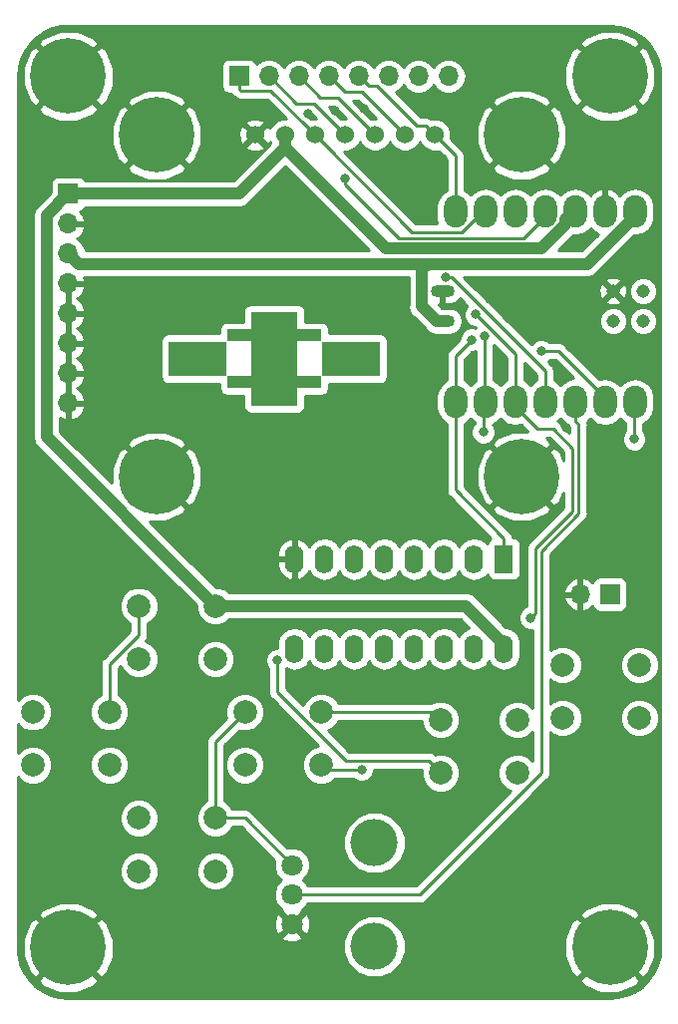
<source format=gbl>
%TF.GenerationSoftware,KiCad,Pcbnew,5.0.2+dfsg1-1*%
%TF.CreationDate,2022-04-10T01:54:42-07:00*%
%TF.ProjectId,keygame,6b657967-616d-4652-9e6b-696361645f70,rev?*%
%TF.SameCoordinates,Original*%
%TF.FileFunction,Copper,L2,Bot*%
%TF.FilePolarity,Positive*%
%FSLAX46Y46*%
G04 Gerber Fmt 4.6, Leading zero omitted, Abs format (unit mm)*
G04 Created by KiCad (PCBNEW 5.0.2+dfsg1-1) date Sun 10 Apr 2022 01:54:42 AM PDT*
%MOMM*%
%LPD*%
G01*
G04 APERTURE LIST*
%ADD10C,1.143000*%
%ADD11O,2.032000X1.016000*%
%ADD12O,1.998980X2.748280*%
%ADD13C,0.800000*%
%ADD14C,6.400000*%
%ADD15R,1.700000X1.700000*%
%ADD16O,1.700000X1.700000*%
%ADD17C,2.000000*%
%ADD18C,1.524000*%
%ADD19R,1.600000X2.400000*%
%ADD20O,1.600000X2.400000*%
%ADD21C,1.800000*%
%ADD22C,4.000000*%
%ADD23R,4.000000X8.000000*%
%ADD24R,8.000000X1.000000*%
%ADD25R,5.000000X3.000000*%
%ADD26C,0.250000*%
%ADD27C,1.000000*%
%ADD28C,0.254000*%
G04 APERTURE END LIST*
D10*
X184264187Y-39261197D03*
X184264187Y-41801197D03*
X186804187Y-39261197D03*
X186804187Y-41801197D03*
D11*
X169800000Y-39250000D03*
X169800000Y-41800000D03*
D12*
X186117820Y-48666880D03*
X183577820Y-48666880D03*
X181037820Y-48666880D03*
X178497820Y-48666880D03*
X175957820Y-48666880D03*
X173417820Y-48666880D03*
X170877820Y-48666880D03*
X170877820Y-32502320D03*
X173417820Y-32502320D03*
X175957820Y-32502320D03*
X178497820Y-32502320D03*
X181037820Y-32502320D03*
X183577820Y-32502320D03*
X186117820Y-32502320D03*
D13*
X139697056Y-19302944D03*
X138000000Y-18600000D03*
X136302944Y-19302944D03*
X135600000Y-21000000D03*
X136302944Y-22697056D03*
X138000000Y-23400000D03*
X139697056Y-22697056D03*
X140400000Y-21000000D03*
D14*
X138000000Y-21000000D03*
X184000000Y-21000000D03*
D13*
X186400000Y-21000000D03*
X185697056Y-22697056D03*
X184000000Y-23400000D03*
X182302944Y-22697056D03*
X181600000Y-21000000D03*
X182302944Y-19302944D03*
X184000000Y-18600000D03*
X185697056Y-19302944D03*
X139697056Y-93302944D03*
X138000000Y-92600000D03*
X136302944Y-93302944D03*
X135600000Y-95000000D03*
X136302944Y-96697056D03*
X138000000Y-97400000D03*
X139697056Y-96697056D03*
X140400000Y-95000000D03*
D14*
X138000000Y-95000000D03*
X184000000Y-95000000D03*
D13*
X186400000Y-95000000D03*
X185697056Y-96697056D03*
X184000000Y-97400000D03*
X182302944Y-96697056D03*
X181600000Y-95000000D03*
X182302944Y-93302944D03*
X184000000Y-92600000D03*
X185697056Y-93302944D03*
D14*
X176500000Y-26000000D03*
D13*
X178900000Y-26000000D03*
X178197056Y-27697056D03*
X176500000Y-28400000D03*
X174802944Y-27697056D03*
X174100000Y-26000000D03*
X174802944Y-24302944D03*
X176500000Y-23600000D03*
X178197056Y-24302944D03*
X147197056Y-53302944D03*
X145500000Y-52600000D03*
X143802944Y-53302944D03*
X143100000Y-55000000D03*
X143802944Y-56697056D03*
X145500000Y-57400000D03*
X147197056Y-56697056D03*
X147900000Y-55000000D03*
D14*
X145500000Y-55000000D03*
X176500000Y-55000000D03*
D13*
X178900000Y-55000000D03*
X178197056Y-56697056D03*
X176500000Y-57400000D03*
X174802944Y-56697056D03*
X174100000Y-55000000D03*
X174802944Y-53302944D03*
X176500000Y-52600000D03*
X178197056Y-53302944D03*
D15*
X184000000Y-65000000D03*
D16*
X181460000Y-65000000D03*
D17*
X153000000Y-79500000D03*
X153000000Y-75000000D03*
X159500000Y-79500000D03*
X159500000Y-75000000D03*
X141500000Y-75000000D03*
X141500000Y-79500000D03*
X135000000Y-75000000D03*
X135000000Y-79500000D03*
X169625001Y-80175001D03*
X169625001Y-75675001D03*
X176125001Y-80175001D03*
X176125001Y-75675001D03*
X186500000Y-71000000D03*
X186500000Y-75500000D03*
X180000000Y-71000000D03*
X180000000Y-75500000D03*
X150500000Y-84000000D03*
X150500000Y-88500000D03*
X144000000Y-84000000D03*
X144000000Y-88500000D03*
X144000000Y-70500000D03*
X144000000Y-66000000D03*
X150500000Y-70500000D03*
X150500000Y-66000000D03*
D18*
X161500000Y-26000000D03*
X158960000Y-26000000D03*
X164040000Y-26000000D03*
X156420000Y-26000000D03*
X166580000Y-26000000D03*
X153880000Y-26000000D03*
X169120000Y-26000000D03*
D19*
X175000000Y-62000000D03*
D20*
X157220000Y-69620000D03*
X172460000Y-62000000D03*
X159760000Y-69620000D03*
X169920000Y-62000000D03*
X162300000Y-69620000D03*
X167380000Y-62000000D03*
X164840000Y-69620000D03*
X164840000Y-62000000D03*
X167380000Y-69620000D03*
X162300000Y-62000000D03*
X169920000Y-69620000D03*
X159760000Y-62000000D03*
X172460000Y-69620000D03*
X157220000Y-62000000D03*
X175000000Y-69620000D03*
D15*
X152500000Y-21000000D03*
D16*
X155040000Y-21000000D03*
X157580000Y-21000000D03*
X160120000Y-21000000D03*
X162660000Y-21000000D03*
X165200000Y-21000000D03*
X167740000Y-21000000D03*
X170280000Y-21000000D03*
D21*
X157000000Y-88000000D03*
X157000000Y-90500000D03*
X157000000Y-93000000D03*
D22*
X164000000Y-86100000D03*
X164000000Y-94900000D03*
D14*
X145500000Y-26000000D03*
D13*
X147900000Y-26000000D03*
X147197056Y-27697056D03*
X145500000Y-28400000D03*
X143802944Y-27697056D03*
X143100000Y-26000000D03*
X143802944Y-24302944D03*
X145500000Y-23600000D03*
X147197056Y-24302944D03*
D15*
X138000000Y-31000000D03*
D16*
X138000000Y-33540000D03*
X138000000Y-36080000D03*
X138000000Y-38620000D03*
X138000000Y-41160000D03*
X138000000Y-43700000D03*
X138000000Y-46240000D03*
X138000000Y-48780000D03*
D23*
X155500000Y-45000000D03*
D24*
X155500000Y-47000000D03*
X155500000Y-43000000D03*
D25*
X149000000Y-45000000D03*
X162000000Y-45000000D03*
D13*
X167530000Y-28620000D03*
X169780000Y-28020000D03*
X168370000Y-72960000D03*
X171310000Y-72790000D03*
X156200000Y-78070000D03*
X138080000Y-77360000D03*
X181490000Y-67820000D03*
X155960000Y-75920000D03*
X168370000Y-64120000D03*
X164570000Y-30100000D03*
X181430000Y-35160000D03*
X172110000Y-46060000D03*
X174540000Y-46060000D03*
X177150000Y-46300000D03*
X179770000Y-46110000D03*
X160670000Y-23930000D03*
X163150000Y-23750000D03*
X158410000Y-24230000D03*
X170060000Y-23150000D03*
X166030000Y-71510000D03*
X163330000Y-71600000D03*
X180310000Y-50840000D03*
X162910000Y-79880000D03*
X155770000Y-70590000D03*
X186070000Y-51820000D03*
X178170000Y-44370000D03*
X170027752Y-38092000D03*
X177250000Y-67000001D03*
X172596992Y-41243008D03*
X173240000Y-51220000D03*
X173348984Y-43091016D03*
X172260000Y-43380000D03*
X161531992Y-29668008D03*
D26*
X159880000Y-79880000D02*
X159500000Y-79500000D01*
X162910000Y-79880000D02*
X159880000Y-79880000D01*
X168625002Y-79175002D02*
X169625001Y-80175001D01*
X168554999Y-79104999D02*
X168625002Y-79175002D01*
X161569997Y-79104999D02*
X168554999Y-79104999D01*
X155770000Y-73305002D02*
X161569997Y-79104999D01*
X155770000Y-70590000D02*
X155770000Y-73305002D01*
X153000000Y-84000000D02*
X157000000Y-88000000D01*
X150500000Y-84000000D02*
X153000000Y-84000000D01*
D27*
X156420000Y-27077630D02*
X156420000Y-26000000D01*
X164968860Y-35626490D02*
X156420000Y-27077630D01*
X178222466Y-35626490D02*
X164968860Y-35626490D01*
X180247320Y-33601636D02*
X178222466Y-35626490D01*
X180247320Y-33142680D02*
X180247320Y-33601636D01*
X180887680Y-32502320D02*
X180247320Y-33142680D01*
X181037820Y-32502320D02*
X180887680Y-32502320D01*
D26*
X168950000Y-75000000D02*
X169625001Y-75675001D01*
X159500000Y-75000000D02*
X168950000Y-75000000D01*
X150500000Y-77500000D02*
X150500000Y-84000000D01*
X153000000Y-75000000D02*
X150500000Y-77500000D01*
X141500000Y-73585787D02*
X141500000Y-75000000D01*
X141500000Y-70964998D02*
X141500000Y-73585787D01*
X144000000Y-68464998D02*
X141500000Y-70964998D01*
X144000000Y-66000000D02*
X144000000Y-68464998D01*
D27*
X151914213Y-66000000D02*
X150500000Y-66000000D01*
X171780000Y-66000000D02*
X151914213Y-66000000D01*
X175000000Y-69220000D02*
X171780000Y-66000000D01*
X175000000Y-69620000D02*
X175000000Y-69220000D01*
X152497630Y-31000000D02*
X156420000Y-27077630D01*
X138000000Y-31000000D02*
X152497630Y-31000000D01*
X149500001Y-65000001D02*
X150500000Y-66000000D01*
X136150000Y-51650000D02*
X149500001Y-65000001D01*
X136150000Y-32850000D02*
X136150000Y-51650000D01*
X138000000Y-31000000D02*
X136150000Y-32850000D01*
X169292000Y-41800000D02*
X168033990Y-40541990D01*
X169800000Y-41800000D02*
X169292000Y-41800000D01*
X186117820Y-32876970D02*
X186117820Y-32502320D01*
X182052791Y-36941999D02*
X186117820Y-32876970D01*
X168508001Y-36941999D02*
X182052791Y-36941999D01*
X168033990Y-37416010D02*
X168508001Y-36941999D01*
X168033990Y-40541990D02*
X168033990Y-37416010D01*
X138861999Y-36941999D02*
X168508001Y-36941999D01*
X138000000Y-36080000D02*
X138861999Y-36941999D01*
D26*
X186070000Y-48714700D02*
X186117820Y-48666880D01*
X186070000Y-51820000D02*
X186070000Y-48714700D01*
X165818001Y-25238001D02*
X166580000Y-26000000D01*
X162930009Y-22350009D02*
X165818001Y-25238001D01*
X161470009Y-22350009D02*
X162930009Y-22350009D01*
X160120000Y-21000000D02*
X161470009Y-22350009D01*
X183577820Y-48292230D02*
X183577820Y-48666880D01*
X179655590Y-44370000D02*
X183577820Y-48292230D01*
X178170000Y-44370000D02*
X179655590Y-44370000D01*
X163278001Y-25238001D02*
X164040000Y-26000000D01*
X159430019Y-22850019D02*
X160890019Y-22850019D01*
X160890019Y-22850019D02*
X163278001Y-25238001D01*
X157580000Y-21000000D02*
X159430019Y-22850019D01*
X178497820Y-46047820D02*
X178497820Y-48666880D01*
X173580000Y-41130000D02*
X178497820Y-46047820D01*
X173580000Y-41130000D02*
X172060000Y-39610000D01*
X172060000Y-39610000D02*
X170542000Y-38092000D01*
X170542000Y-38092000D02*
X170027752Y-38092000D01*
X177649999Y-66600002D02*
X177649999Y-61130001D01*
X177250000Y-67000001D02*
X177649999Y-66600002D01*
X177649999Y-61130001D02*
X180850000Y-57930000D01*
X180850000Y-57930000D02*
X180850000Y-52610000D01*
X180850000Y-52610000D02*
X179210000Y-50970000D01*
X175957820Y-49041530D02*
X175957820Y-48666880D01*
X177886290Y-50970000D02*
X175957820Y-49041530D01*
X179210000Y-50970000D02*
X177886290Y-50970000D01*
X175957820Y-44603836D02*
X175957820Y-48666880D01*
X172596992Y-41243008D02*
X175957820Y-44603836D01*
X173240000Y-48844700D02*
X173417820Y-48666880D01*
X173240000Y-51220000D02*
X173240000Y-48844700D01*
X173348984Y-48598044D02*
X173417820Y-48666880D01*
X173348984Y-43091016D02*
X173348984Y-48598044D01*
X170877820Y-44762180D02*
X170877820Y-48666880D01*
X172260000Y-43380000D02*
X170877820Y-44762180D01*
X170877820Y-48666880D02*
X170877820Y-56137820D01*
X175000000Y-60260000D02*
X175000000Y-62000000D01*
X170877820Y-56137820D02*
X175000000Y-60260000D01*
X170877820Y-27757820D02*
X169120000Y-26000000D01*
X170877820Y-32502320D02*
X170877820Y-27757820D01*
X167624999Y-25238001D02*
X168358001Y-25238001D01*
X164236997Y-21849999D02*
X167624999Y-25238001D01*
X163509999Y-21849999D02*
X164236997Y-21849999D01*
X168358001Y-25238001D02*
X169120000Y-26000000D01*
X162660000Y-21000000D02*
X163509999Y-21849999D01*
X158198001Y-25238001D02*
X158960000Y-26000000D01*
X155185001Y-22225001D02*
X158198001Y-25238001D01*
X152625001Y-22225001D02*
X155185001Y-22225001D01*
X152500000Y-22100000D02*
X152625001Y-22225001D01*
X152500000Y-21000000D02*
X152500000Y-22100000D01*
X159721999Y-26761999D02*
X158960000Y-26000000D01*
X167211470Y-34251470D02*
X159721999Y-26761999D01*
X171447156Y-34251470D02*
X167211470Y-34251470D01*
X173196306Y-32502320D02*
X171447156Y-34251470D01*
X173417820Y-32502320D02*
X173196306Y-32502320D01*
X158850027Y-23350027D02*
X160738001Y-25238001D01*
X160738001Y-25238001D02*
X161500000Y-26000000D01*
X157390027Y-23350027D02*
X158850027Y-23350027D01*
X155040000Y-21000000D02*
X157390027Y-23350027D01*
X178497820Y-32876970D02*
X178497820Y-32502320D01*
X166049779Y-34751480D02*
X176623310Y-34751480D01*
X161531992Y-30233693D02*
X166049779Y-34751480D01*
X176623310Y-34751480D02*
X178497820Y-32876970D01*
X161531992Y-29668008D02*
X161531992Y-30233693D01*
X181350010Y-50603210D02*
X181350010Y-58137110D01*
X181037820Y-48666880D02*
X181037820Y-50291020D01*
X181350010Y-58137110D02*
X178150009Y-61337111D01*
X181037820Y-50291020D02*
X181350010Y-50603210D01*
X158272792Y-90500000D02*
X157000000Y-90500000D01*
X167835004Y-90500000D02*
X158272792Y-90500000D01*
X178150009Y-80184995D02*
X167835004Y-90500000D01*
X178150009Y-61337111D02*
X178150009Y-80184995D01*
D28*
G36*
X184759192Y-16780578D02*
X185494389Y-16981705D01*
X186182351Y-17309846D01*
X186801331Y-17754628D01*
X187331761Y-18301988D01*
X187756884Y-18934639D01*
X188063251Y-19632561D01*
X188242499Y-20379183D01*
X188290001Y-21026044D01*
X188290000Y-94968382D01*
X188219422Y-95759193D01*
X188018295Y-96494389D01*
X187690152Y-97182355D01*
X187245374Y-97801328D01*
X186698012Y-98331761D01*
X186065362Y-98756883D01*
X185367439Y-99063251D01*
X184620819Y-99242499D01*
X183973970Y-99290000D01*
X138031618Y-99290000D01*
X137240807Y-99219422D01*
X136505611Y-99018295D01*
X135817645Y-98690152D01*
X135198672Y-98245374D01*
X134709811Y-97740910D01*
X135438695Y-97740910D01*
X135805640Y-98236343D01*
X137211171Y-98829736D01*
X138736793Y-98840087D01*
X140150246Y-98265819D01*
X140194360Y-98236343D01*
X140561305Y-97740910D01*
X181438695Y-97740910D01*
X181805640Y-98236343D01*
X183211171Y-98829736D01*
X184736793Y-98840087D01*
X186150246Y-98265819D01*
X186194360Y-98236343D01*
X186561305Y-97740910D01*
X184000000Y-95179605D01*
X181438695Y-97740910D01*
X140561305Y-97740910D01*
X138000000Y-95179605D01*
X135438695Y-97740910D01*
X134709811Y-97740910D01*
X134668239Y-97698012D01*
X134243117Y-97065362D01*
X133936749Y-96367439D01*
X133785344Y-95736793D01*
X134159913Y-95736793D01*
X134734181Y-97150246D01*
X134763657Y-97194360D01*
X135259090Y-97561305D01*
X137820395Y-95000000D01*
X138179605Y-95000000D01*
X140740910Y-97561305D01*
X141236343Y-97194360D01*
X141829736Y-95788829D01*
X141840087Y-94263207D01*
X141765717Y-94080159D01*
X156099446Y-94080159D01*
X156185852Y-94336643D01*
X156759336Y-94546458D01*
X157369460Y-94520839D01*
X157719455Y-94375866D01*
X161365000Y-94375866D01*
X161365000Y-95424134D01*
X161766155Y-96392608D01*
X162507392Y-97133845D01*
X163475866Y-97535000D01*
X164524134Y-97535000D01*
X165492608Y-97133845D01*
X166233845Y-96392608D01*
X166505492Y-95736793D01*
X180159913Y-95736793D01*
X180734181Y-97150246D01*
X180763657Y-97194360D01*
X181259090Y-97561305D01*
X183820395Y-95000000D01*
X184179605Y-95000000D01*
X186740910Y-97561305D01*
X187236343Y-97194360D01*
X187829736Y-95788829D01*
X187840087Y-94263207D01*
X187265819Y-92849754D01*
X187236343Y-92805640D01*
X186740910Y-92438695D01*
X184179605Y-95000000D01*
X183820395Y-95000000D01*
X181259090Y-92438695D01*
X180763657Y-92805640D01*
X180170264Y-94211171D01*
X180159913Y-95736793D01*
X166505492Y-95736793D01*
X166635000Y-95424134D01*
X166635000Y-94375866D01*
X166233845Y-93407392D01*
X165492608Y-92666155D01*
X164524134Y-92265000D01*
X163475866Y-92265000D01*
X162507392Y-92666155D01*
X161766155Y-93407392D01*
X161365000Y-94375866D01*
X157719455Y-94375866D01*
X157814148Y-94336643D01*
X157900554Y-94080159D01*
X157000000Y-93179605D01*
X156099446Y-94080159D01*
X141765717Y-94080159D01*
X141265819Y-92849754D01*
X141236343Y-92805640D01*
X141173826Y-92759336D01*
X155453542Y-92759336D01*
X155479161Y-93369460D01*
X155663357Y-93814148D01*
X155919841Y-93900554D01*
X156820395Y-93000000D01*
X157179605Y-93000000D01*
X158080159Y-93900554D01*
X158336643Y-93814148D01*
X158546458Y-93240664D01*
X158520839Y-92630540D01*
X158366980Y-92259090D01*
X181438695Y-92259090D01*
X184000000Y-94820395D01*
X186561305Y-92259090D01*
X186194360Y-91763657D01*
X184788829Y-91170264D01*
X183263207Y-91159913D01*
X181849754Y-91734181D01*
X181805640Y-91763657D01*
X181438695Y-92259090D01*
X158366980Y-92259090D01*
X158336643Y-92185852D01*
X158080159Y-92099446D01*
X157179605Y-93000000D01*
X156820395Y-93000000D01*
X155919841Y-92099446D01*
X155663357Y-92185852D01*
X155453542Y-92759336D01*
X141173826Y-92759336D01*
X140740910Y-92438695D01*
X138179605Y-95000000D01*
X137820395Y-95000000D01*
X135259090Y-92438695D01*
X134763657Y-92805640D01*
X134170264Y-94211171D01*
X134159913Y-95736793D01*
X133785344Y-95736793D01*
X133757501Y-95620819D01*
X133710000Y-94973970D01*
X133710000Y-92259090D01*
X135438695Y-92259090D01*
X138000000Y-94820395D01*
X140561305Y-92259090D01*
X140194360Y-91763657D01*
X138788829Y-91170264D01*
X137263207Y-91159913D01*
X135849754Y-91734181D01*
X135805640Y-91763657D01*
X135438695Y-92259090D01*
X133710000Y-92259090D01*
X133710000Y-88174778D01*
X142365000Y-88174778D01*
X142365000Y-88825222D01*
X142613914Y-89426153D01*
X143073847Y-89886086D01*
X143674778Y-90135000D01*
X144325222Y-90135000D01*
X144926153Y-89886086D01*
X145386086Y-89426153D01*
X145635000Y-88825222D01*
X145635000Y-88174778D01*
X148865000Y-88174778D01*
X148865000Y-88825222D01*
X149113914Y-89426153D01*
X149573847Y-89886086D01*
X150174778Y-90135000D01*
X150825222Y-90135000D01*
X151426153Y-89886086D01*
X151886086Y-89426153D01*
X152135000Y-88825222D01*
X152135000Y-88174778D01*
X151886086Y-87573847D01*
X151426153Y-87113914D01*
X150825222Y-86865000D01*
X150174778Y-86865000D01*
X149573847Y-87113914D01*
X149113914Y-87573847D01*
X148865000Y-88174778D01*
X145635000Y-88174778D01*
X145386086Y-87573847D01*
X144926153Y-87113914D01*
X144325222Y-86865000D01*
X143674778Y-86865000D01*
X143073847Y-87113914D01*
X142613914Y-87573847D01*
X142365000Y-88174778D01*
X133710000Y-88174778D01*
X133710000Y-83674778D01*
X142365000Y-83674778D01*
X142365000Y-84325222D01*
X142613914Y-84926153D01*
X143073847Y-85386086D01*
X143674778Y-85635000D01*
X144325222Y-85635000D01*
X144926153Y-85386086D01*
X145386086Y-84926153D01*
X145635000Y-84325222D01*
X145635000Y-83674778D01*
X145386086Y-83073847D01*
X144926153Y-82613914D01*
X144325222Y-82365000D01*
X143674778Y-82365000D01*
X143073847Y-82613914D01*
X142613914Y-83073847D01*
X142365000Y-83674778D01*
X133710000Y-83674778D01*
X133710000Y-80522239D01*
X134073847Y-80886086D01*
X134674778Y-81135000D01*
X135325222Y-81135000D01*
X135926153Y-80886086D01*
X136386086Y-80426153D01*
X136635000Y-79825222D01*
X136635000Y-79174778D01*
X139865000Y-79174778D01*
X139865000Y-79825222D01*
X140113914Y-80426153D01*
X140573847Y-80886086D01*
X141174778Y-81135000D01*
X141825222Y-81135000D01*
X142426153Y-80886086D01*
X142886086Y-80426153D01*
X143135000Y-79825222D01*
X143135000Y-79174778D01*
X142886086Y-78573847D01*
X142426153Y-78113914D01*
X141825222Y-77865000D01*
X141174778Y-77865000D01*
X140573847Y-78113914D01*
X140113914Y-78573847D01*
X139865000Y-79174778D01*
X136635000Y-79174778D01*
X136386086Y-78573847D01*
X135926153Y-78113914D01*
X135325222Y-77865000D01*
X134674778Y-77865000D01*
X134073847Y-78113914D01*
X133710000Y-78477761D01*
X133710000Y-76022239D01*
X134073847Y-76386086D01*
X134674778Y-76635000D01*
X135325222Y-76635000D01*
X135926153Y-76386086D01*
X136386086Y-75926153D01*
X136635000Y-75325222D01*
X136635000Y-74674778D01*
X139865000Y-74674778D01*
X139865000Y-75325222D01*
X140113914Y-75926153D01*
X140573847Y-76386086D01*
X141174778Y-76635000D01*
X141825222Y-76635000D01*
X142426153Y-76386086D01*
X142886086Y-75926153D01*
X143135000Y-75325222D01*
X143135000Y-74674778D01*
X142886086Y-74073847D01*
X142426153Y-73613914D01*
X142260000Y-73545091D01*
X142260000Y-71279799D01*
X142467389Y-71072410D01*
X142613914Y-71426153D01*
X143073847Y-71886086D01*
X143674778Y-72135000D01*
X144325222Y-72135000D01*
X144926153Y-71886086D01*
X145386086Y-71426153D01*
X145635000Y-70825222D01*
X145635000Y-70174778D01*
X148865000Y-70174778D01*
X148865000Y-70825222D01*
X149113914Y-71426153D01*
X149573847Y-71886086D01*
X150174778Y-72135000D01*
X150825222Y-72135000D01*
X151426153Y-71886086D01*
X151886086Y-71426153D01*
X152135000Y-70825222D01*
X152135000Y-70174778D01*
X151886086Y-69573847D01*
X151426153Y-69113914D01*
X150825222Y-68865000D01*
X150174778Y-68865000D01*
X149573847Y-69113914D01*
X149113914Y-69573847D01*
X148865000Y-70174778D01*
X145635000Y-70174778D01*
X145386086Y-69573847D01*
X144926153Y-69113914D01*
X144577068Y-68969318D01*
X144715904Y-68761535D01*
X144760000Y-68539850D01*
X144760000Y-68539845D01*
X144774888Y-68464998D01*
X144760000Y-68390151D01*
X144760000Y-67454909D01*
X144926153Y-67386086D01*
X145386086Y-66926153D01*
X145635000Y-66325222D01*
X145635000Y-65674778D01*
X145386086Y-65073847D01*
X144926153Y-64613914D01*
X144325222Y-64365000D01*
X143674778Y-64365000D01*
X143073847Y-64613914D01*
X142613914Y-65073847D01*
X142365000Y-65674778D01*
X142365000Y-66325222D01*
X142613914Y-66926153D01*
X143073847Y-67386086D01*
X143240001Y-67454909D01*
X143240001Y-68150195D01*
X141015530Y-70374667D01*
X140952071Y-70417069D01*
X140784096Y-70668462D01*
X140740000Y-70890147D01*
X140740000Y-70890151D01*
X140725112Y-70964998D01*
X140740000Y-71039845D01*
X140740001Y-73510931D01*
X140740000Y-73510936D01*
X140740000Y-73545091D01*
X140573847Y-73613914D01*
X140113914Y-74073847D01*
X139865000Y-74674778D01*
X136635000Y-74674778D01*
X136386086Y-74073847D01*
X135926153Y-73613914D01*
X135325222Y-73365000D01*
X134674778Y-73365000D01*
X134073847Y-73613914D01*
X133710000Y-73977761D01*
X133710000Y-32850000D01*
X134992765Y-32850000D01*
X135015000Y-32961783D01*
X135015001Y-51538212D01*
X134992765Y-51650000D01*
X135080854Y-52092854D01*
X135096678Y-52116536D01*
X135331712Y-52468289D01*
X135426480Y-52531611D01*
X148776476Y-65881609D01*
X148776482Y-65881613D01*
X148865000Y-65970131D01*
X148865000Y-66325222D01*
X149113914Y-66926153D01*
X149573847Y-67386086D01*
X150174778Y-67635000D01*
X150825222Y-67635000D01*
X151426153Y-67386086D01*
X151677239Y-67135000D01*
X171309869Y-67135000D01*
X172019397Y-67844529D01*
X171900092Y-67868260D01*
X171425424Y-68185423D01*
X171190000Y-68537759D01*
X170954577Y-68185423D01*
X170479909Y-67868260D01*
X169920000Y-67756887D01*
X169360092Y-67868260D01*
X168885424Y-68185423D01*
X168650000Y-68537759D01*
X168414577Y-68185423D01*
X167939909Y-67868260D01*
X167380000Y-67756887D01*
X166820092Y-67868260D01*
X166345424Y-68185423D01*
X166110000Y-68537759D01*
X165874577Y-68185423D01*
X165399909Y-67868260D01*
X164840000Y-67756887D01*
X164280092Y-67868260D01*
X163805424Y-68185423D01*
X163570000Y-68537759D01*
X163334577Y-68185423D01*
X162859909Y-67868260D01*
X162300000Y-67756887D01*
X161740092Y-67868260D01*
X161265424Y-68185423D01*
X161030000Y-68537759D01*
X160794577Y-68185423D01*
X160319909Y-67868260D01*
X159760000Y-67756887D01*
X159200092Y-67868260D01*
X158725424Y-68185423D01*
X158490000Y-68537759D01*
X158254577Y-68185423D01*
X157779909Y-67868260D01*
X157220000Y-67756887D01*
X156660092Y-67868260D01*
X156185424Y-68185423D01*
X155868260Y-68660091D01*
X155785000Y-69078667D01*
X155785000Y-69555000D01*
X155564126Y-69555000D01*
X155183720Y-69712569D01*
X154892569Y-70003720D01*
X154735000Y-70384126D01*
X154735000Y-70795874D01*
X154892569Y-71176280D01*
X155010000Y-71293711D01*
X155010001Y-73230150D01*
X154995112Y-73305002D01*
X155010001Y-73379854D01*
X155054097Y-73601539D01*
X155222072Y-73852931D01*
X155285528Y-73895331D01*
X159255196Y-77865000D01*
X159174778Y-77865000D01*
X158573847Y-78113914D01*
X158113914Y-78573847D01*
X157865000Y-79174778D01*
X157865000Y-79825222D01*
X158113914Y-80426153D01*
X158573847Y-80886086D01*
X159174778Y-81135000D01*
X159825222Y-81135000D01*
X160426153Y-80886086D01*
X160672239Y-80640000D01*
X162206289Y-80640000D01*
X162323720Y-80757431D01*
X162704126Y-80915000D01*
X163115874Y-80915000D01*
X163496280Y-80757431D01*
X163787431Y-80466280D01*
X163945000Y-80085874D01*
X163945000Y-79864999D01*
X167990001Y-79864999D01*
X167990001Y-80500223D01*
X168238915Y-81101154D01*
X168698848Y-81561087D01*
X169299779Y-81810001D01*
X169950223Y-81810001D01*
X170551154Y-81561087D01*
X171011087Y-81101154D01*
X171260001Y-80500223D01*
X171260001Y-79849779D01*
X171011087Y-79248848D01*
X170551154Y-78788915D01*
X169950223Y-78540001D01*
X169299779Y-78540001D01*
X169136667Y-78607564D01*
X169102928Y-78557070D01*
X168851536Y-78389095D01*
X168629851Y-78344999D01*
X168629846Y-78344999D01*
X168554999Y-78330111D01*
X168480152Y-78344999D01*
X161884800Y-78344999D01*
X160072411Y-76532611D01*
X160426153Y-76386086D01*
X160886086Y-75926153D01*
X160954909Y-75760000D01*
X167990001Y-75760000D01*
X167990001Y-76000223D01*
X168238915Y-76601154D01*
X168698848Y-77061087D01*
X169299779Y-77310001D01*
X169950223Y-77310001D01*
X170551154Y-77061087D01*
X171011087Y-76601154D01*
X171260001Y-76000223D01*
X171260001Y-75349779D01*
X171011087Y-74748848D01*
X170551154Y-74288915D01*
X169950223Y-74040001D01*
X169299779Y-74040001D01*
X168816939Y-74240000D01*
X160954909Y-74240000D01*
X160886086Y-74073847D01*
X160426153Y-73613914D01*
X159825222Y-73365000D01*
X159174778Y-73365000D01*
X158573847Y-73613914D01*
X158113914Y-74073847D01*
X157967389Y-74427589D01*
X156530000Y-72990201D01*
X156530000Y-71293711D01*
X156535332Y-71288379D01*
X156660091Y-71371740D01*
X157220000Y-71483113D01*
X157779908Y-71371740D01*
X158254576Y-71054577D01*
X158490000Y-70702241D01*
X158725423Y-71054576D01*
X159200091Y-71371740D01*
X159760000Y-71483113D01*
X160319908Y-71371740D01*
X160794576Y-71054577D01*
X161030000Y-70702241D01*
X161265423Y-71054576D01*
X161740091Y-71371740D01*
X162300000Y-71483113D01*
X162859908Y-71371740D01*
X163334576Y-71054577D01*
X163570000Y-70702241D01*
X163805423Y-71054576D01*
X164280091Y-71371740D01*
X164840000Y-71483113D01*
X165399908Y-71371740D01*
X165874576Y-71054577D01*
X166110000Y-70702241D01*
X166345423Y-71054576D01*
X166820091Y-71371740D01*
X167380000Y-71483113D01*
X167939908Y-71371740D01*
X168414576Y-71054577D01*
X168650000Y-70702241D01*
X168885423Y-71054576D01*
X169360091Y-71371740D01*
X169920000Y-71483113D01*
X170479908Y-71371740D01*
X170954576Y-71054577D01*
X171190000Y-70702241D01*
X171425423Y-71054576D01*
X171900091Y-71371740D01*
X172460000Y-71483113D01*
X173019908Y-71371740D01*
X173494576Y-71054577D01*
X173730000Y-70702241D01*
X173965423Y-71054576D01*
X174440091Y-71371740D01*
X175000000Y-71483113D01*
X175559908Y-71371740D01*
X176034576Y-71054577D01*
X176351740Y-70579909D01*
X176435000Y-70161333D01*
X176435000Y-69078668D01*
X176351740Y-68660091D01*
X176034577Y-68185423D01*
X175559909Y-67868260D01*
X175177283Y-67792151D01*
X172661613Y-65276482D01*
X172598289Y-65181711D01*
X172222855Y-64930854D01*
X171891783Y-64865000D01*
X171780000Y-64842765D01*
X171668217Y-64865000D01*
X151677239Y-64865000D01*
X151426153Y-64613914D01*
X150825222Y-64365000D01*
X150470131Y-64365000D01*
X150381613Y-64276482D01*
X150381609Y-64276476D01*
X148232133Y-62127000D01*
X155785000Y-62127000D01*
X155785000Y-62527000D01*
X155942834Y-63066483D01*
X156295104Y-63504500D01*
X156788181Y-63774367D01*
X156870961Y-63791904D01*
X157093000Y-63669915D01*
X157093000Y-62127000D01*
X155785000Y-62127000D01*
X148232133Y-62127000D01*
X147578133Y-61473000D01*
X155785000Y-61473000D01*
X155785000Y-61873000D01*
X157093000Y-61873000D01*
X157093000Y-60330085D01*
X156870961Y-60208096D01*
X156788181Y-60225633D01*
X156295104Y-60495500D01*
X155942834Y-60933517D01*
X155785000Y-61473000D01*
X147578133Y-61473000D01*
X144936396Y-58831264D01*
X146236793Y-58840087D01*
X147650246Y-58265819D01*
X147694360Y-58236343D01*
X148061305Y-57740910D01*
X145500000Y-55179605D01*
X145485858Y-55193748D01*
X145306253Y-55014143D01*
X145320395Y-55000000D01*
X145679605Y-55000000D01*
X148240910Y-57561305D01*
X148736343Y-57194360D01*
X149329736Y-55788829D01*
X149340087Y-54263207D01*
X148765819Y-52849754D01*
X148736343Y-52805640D01*
X148240910Y-52438695D01*
X145679605Y-55000000D01*
X145320395Y-55000000D01*
X142759090Y-52438695D01*
X142263657Y-52805640D01*
X141670264Y-54211171D01*
X141661140Y-55556008D01*
X138364222Y-52259090D01*
X142938695Y-52259090D01*
X145500000Y-54820395D01*
X148061305Y-52259090D01*
X147694360Y-51763657D01*
X146288829Y-51170264D01*
X144763207Y-51159913D01*
X143349754Y-51734181D01*
X143305640Y-51763657D01*
X142938695Y-52259090D01*
X138364222Y-52259090D01*
X137285000Y-51179869D01*
X137285000Y-50053309D01*
X137643108Y-50221486D01*
X137873000Y-50100819D01*
X137873000Y-48907000D01*
X138127000Y-48907000D01*
X138127000Y-50100819D01*
X138356892Y-50221486D01*
X138881358Y-49975183D01*
X139271645Y-49546924D01*
X139441476Y-49136890D01*
X139320155Y-48907000D01*
X138127000Y-48907000D01*
X137873000Y-48907000D01*
X137853000Y-48907000D01*
X137853000Y-48653000D01*
X137873000Y-48653000D01*
X137873000Y-46367000D01*
X138127000Y-46367000D01*
X138127000Y-48653000D01*
X139320155Y-48653000D01*
X139441476Y-48423110D01*
X139271645Y-48013076D01*
X138881358Y-47584817D01*
X138722046Y-47510000D01*
X138881358Y-47435183D01*
X139271645Y-47006924D01*
X139441476Y-46596890D01*
X139320155Y-46367000D01*
X138127000Y-46367000D01*
X137873000Y-46367000D01*
X137853000Y-46367000D01*
X137853000Y-46113000D01*
X137873000Y-46113000D01*
X137873000Y-43827000D01*
X138127000Y-43827000D01*
X138127000Y-46113000D01*
X139320155Y-46113000D01*
X139441476Y-45883110D01*
X139271645Y-45473076D01*
X138881358Y-45044817D01*
X138722046Y-44970000D01*
X138881358Y-44895183D01*
X139271645Y-44466924D01*
X139441476Y-44056890D01*
X139320155Y-43827000D01*
X138127000Y-43827000D01*
X137873000Y-43827000D01*
X137853000Y-43827000D01*
X137853000Y-43573000D01*
X137873000Y-43573000D01*
X137873000Y-41287000D01*
X138127000Y-41287000D01*
X138127000Y-43573000D01*
X139320155Y-43573000D01*
X139358679Y-43500000D01*
X145852560Y-43500000D01*
X145852560Y-46500000D01*
X145901843Y-46747765D01*
X146042191Y-46957809D01*
X146252235Y-47098157D01*
X146500000Y-47147440D01*
X150852560Y-47147440D01*
X150852560Y-47500000D01*
X150901843Y-47747765D01*
X151042191Y-47957809D01*
X151252235Y-48098157D01*
X151500000Y-48147440D01*
X152852560Y-48147440D01*
X152852560Y-49000000D01*
X152901843Y-49247765D01*
X153042191Y-49457809D01*
X153252235Y-49598157D01*
X153500000Y-49647440D01*
X157500000Y-49647440D01*
X157747765Y-49598157D01*
X157957809Y-49457809D01*
X158098157Y-49247765D01*
X158147440Y-49000000D01*
X158147440Y-48147440D01*
X159500000Y-48147440D01*
X159747765Y-48098157D01*
X159957809Y-47957809D01*
X160098157Y-47747765D01*
X160147440Y-47500000D01*
X160147440Y-47147440D01*
X164500000Y-47147440D01*
X164747765Y-47098157D01*
X164957809Y-46957809D01*
X165098157Y-46747765D01*
X165147440Y-46500000D01*
X165147440Y-43500000D01*
X165098157Y-43252235D01*
X164957809Y-43042191D01*
X164747765Y-42901843D01*
X164500000Y-42852560D01*
X160147440Y-42852560D01*
X160147440Y-42500000D01*
X160098157Y-42252235D01*
X159957809Y-42042191D01*
X159747765Y-41901843D01*
X159500000Y-41852560D01*
X158147440Y-41852560D01*
X158147440Y-41000000D01*
X158098157Y-40752235D01*
X157957809Y-40542191D01*
X157747765Y-40401843D01*
X157500000Y-40352560D01*
X153500000Y-40352560D01*
X153252235Y-40401843D01*
X153042191Y-40542191D01*
X152901843Y-40752235D01*
X152852560Y-41000000D01*
X152852560Y-41852560D01*
X151500000Y-41852560D01*
X151252235Y-41901843D01*
X151042191Y-42042191D01*
X150901843Y-42252235D01*
X150852560Y-42500000D01*
X150852560Y-42852560D01*
X146500000Y-42852560D01*
X146252235Y-42901843D01*
X146042191Y-43042191D01*
X145901843Y-43252235D01*
X145852560Y-43500000D01*
X139358679Y-43500000D01*
X139441476Y-43343110D01*
X139271645Y-42933076D01*
X138881358Y-42504817D01*
X138722046Y-42430000D01*
X138881358Y-42355183D01*
X139271645Y-41926924D01*
X139441476Y-41516890D01*
X139320155Y-41287000D01*
X138127000Y-41287000D01*
X137873000Y-41287000D01*
X137853000Y-41287000D01*
X137853000Y-41033000D01*
X137873000Y-41033000D01*
X137873000Y-38747000D01*
X138127000Y-38747000D01*
X138127000Y-41033000D01*
X139320155Y-41033000D01*
X139441476Y-40803110D01*
X139271645Y-40393076D01*
X138881358Y-39964817D01*
X138722046Y-39890000D01*
X138881358Y-39815183D01*
X139271645Y-39386924D01*
X139441476Y-38976890D01*
X139320155Y-38747000D01*
X138127000Y-38747000D01*
X137873000Y-38747000D01*
X137853000Y-38747000D01*
X137853000Y-38493000D01*
X137873000Y-38493000D01*
X137873000Y-38473000D01*
X138127000Y-38473000D01*
X138127000Y-38493000D01*
X139320155Y-38493000D01*
X139441476Y-38263110D01*
X139364391Y-38076999D01*
X166898991Y-38076999D01*
X166898990Y-40430207D01*
X166876755Y-40541990D01*
X166957211Y-40946471D01*
X166964844Y-40984844D01*
X167215701Y-41360279D01*
X167310472Y-41423603D01*
X168381392Y-42494524D01*
X168467943Y-42624057D01*
X168846024Y-42876682D01*
X169179428Y-42943000D01*
X169220436Y-42943000D01*
X169292000Y-42957235D01*
X169363564Y-42943000D01*
X170420572Y-42943000D01*
X170753976Y-42876682D01*
X171132057Y-42624057D01*
X171384682Y-42245976D01*
X171473392Y-41800000D01*
X171384682Y-41354024D01*
X171132057Y-40975943D01*
X170753976Y-40723318D01*
X170420572Y-40657000D01*
X169754132Y-40657000D01*
X169490132Y-40393000D01*
X169673000Y-40393000D01*
X169673000Y-39377000D01*
X169653000Y-39377000D01*
X169653000Y-39123000D01*
X169673000Y-39123000D01*
X169673000Y-39103000D01*
X169763937Y-39103000D01*
X169821878Y-39127000D01*
X169947000Y-39127000D01*
X169947000Y-39377000D01*
X169927000Y-39377000D01*
X169927000Y-40393000D01*
X170435000Y-40393000D01*
X170862740Y-40257394D01*
X171206026Y-39968421D01*
X171251357Y-39876159D01*
X171575527Y-40200329D01*
X171575530Y-40200331D01*
X171875744Y-40500545D01*
X171719561Y-40656728D01*
X171561992Y-41037134D01*
X171561992Y-41448882D01*
X171719561Y-41829288D01*
X172010712Y-42120439D01*
X172391118Y-42278008D01*
X172557191Y-42278008D01*
X172627736Y-42348553D01*
X172582840Y-42393449D01*
X172465874Y-42345000D01*
X172054126Y-42345000D01*
X171673720Y-42502569D01*
X171382569Y-42793720D01*
X171225000Y-43174126D01*
X171225000Y-43340198D01*
X170393350Y-44171849D01*
X170329891Y-44214251D01*
X170161916Y-44465644D01*
X170117820Y-44687329D01*
X170117820Y-44687333D01*
X170102932Y-44762180D01*
X170117820Y-44837027D01*
X170117821Y-46834262D01*
X169699419Y-47113829D01*
X169338165Y-47654485D01*
X169243330Y-48131251D01*
X169243330Y-49202510D01*
X169338165Y-49679276D01*
X169699420Y-50219931D01*
X170117820Y-50499497D01*
X170117821Y-56062968D01*
X170102932Y-56137820D01*
X170117821Y-56212672D01*
X170161917Y-56434357D01*
X170329892Y-56685749D01*
X170393348Y-56728149D01*
X173901165Y-60235967D01*
X173742191Y-60342191D01*
X173601843Y-60552235D01*
X173575215Y-60686106D01*
X173494577Y-60565423D01*
X173019909Y-60248260D01*
X172460000Y-60136887D01*
X171900092Y-60248260D01*
X171425424Y-60565423D01*
X171190000Y-60917759D01*
X170954577Y-60565423D01*
X170479909Y-60248260D01*
X169920000Y-60136887D01*
X169360092Y-60248260D01*
X168885424Y-60565423D01*
X168650000Y-60917759D01*
X168414577Y-60565423D01*
X167939909Y-60248260D01*
X167380000Y-60136887D01*
X166820092Y-60248260D01*
X166345424Y-60565423D01*
X166110000Y-60917759D01*
X165874577Y-60565423D01*
X165399909Y-60248260D01*
X164840000Y-60136887D01*
X164280092Y-60248260D01*
X163805424Y-60565423D01*
X163570000Y-60917759D01*
X163334577Y-60565423D01*
X162859909Y-60248260D01*
X162300000Y-60136887D01*
X161740092Y-60248260D01*
X161265424Y-60565423D01*
X161030000Y-60917759D01*
X160794577Y-60565423D01*
X160319909Y-60248260D01*
X159760000Y-60136887D01*
X159200092Y-60248260D01*
X158725424Y-60565423D01*
X158487501Y-60921499D01*
X158144896Y-60495500D01*
X157651819Y-60225633D01*
X157569039Y-60208096D01*
X157347000Y-60330085D01*
X157347000Y-61873000D01*
X157367000Y-61873000D01*
X157367000Y-62127000D01*
X157347000Y-62127000D01*
X157347000Y-63669915D01*
X157569039Y-63791904D01*
X157651819Y-63774367D01*
X158144896Y-63504500D01*
X158487501Y-63078501D01*
X158725423Y-63434576D01*
X159200091Y-63751740D01*
X159760000Y-63863113D01*
X160319908Y-63751740D01*
X160794576Y-63434577D01*
X161030000Y-63082241D01*
X161265423Y-63434576D01*
X161740091Y-63751740D01*
X162300000Y-63863113D01*
X162859908Y-63751740D01*
X163334576Y-63434577D01*
X163570000Y-63082241D01*
X163805423Y-63434576D01*
X164280091Y-63751740D01*
X164840000Y-63863113D01*
X165399908Y-63751740D01*
X165874576Y-63434577D01*
X166110000Y-63082241D01*
X166345423Y-63434576D01*
X166820091Y-63751740D01*
X167380000Y-63863113D01*
X167939908Y-63751740D01*
X168414576Y-63434577D01*
X168650000Y-63082241D01*
X168885423Y-63434576D01*
X169360091Y-63751740D01*
X169920000Y-63863113D01*
X170479908Y-63751740D01*
X170954576Y-63434577D01*
X171190000Y-63082241D01*
X171425423Y-63434576D01*
X171900091Y-63751740D01*
X172460000Y-63863113D01*
X173019908Y-63751740D01*
X173494576Y-63434577D01*
X173575215Y-63313893D01*
X173601843Y-63447765D01*
X173742191Y-63657809D01*
X173952235Y-63798157D01*
X174200000Y-63847440D01*
X175800000Y-63847440D01*
X176047765Y-63798157D01*
X176257809Y-63657809D01*
X176398157Y-63447765D01*
X176447440Y-63200000D01*
X176447440Y-60800000D01*
X176398157Y-60552235D01*
X176257809Y-60342191D01*
X176047765Y-60201843D01*
X175800000Y-60152560D01*
X175753518Y-60152560D01*
X175715904Y-59963463D01*
X175547929Y-59712071D01*
X175484473Y-59669671D01*
X173555712Y-57740910D01*
X173938695Y-57740910D01*
X174305640Y-58236343D01*
X175711171Y-58829736D01*
X177236793Y-58840087D01*
X178650246Y-58265819D01*
X178694360Y-58236343D01*
X179061305Y-57740910D01*
X176500000Y-55179605D01*
X173938695Y-57740910D01*
X173555712Y-57740910D01*
X171637820Y-55823019D01*
X171637820Y-55736793D01*
X172659913Y-55736793D01*
X173234181Y-57150246D01*
X173263657Y-57194360D01*
X173759090Y-57561305D01*
X176320395Y-55000000D01*
X173759090Y-52438695D01*
X173263657Y-52805640D01*
X172670264Y-54211171D01*
X172659913Y-55736793D01*
X171637820Y-55736793D01*
X171637820Y-50499498D01*
X172056221Y-50219931D01*
X172147820Y-50082843D01*
X172239420Y-50219931D01*
X172480000Y-50380682D01*
X172480000Y-50516289D01*
X172362569Y-50633720D01*
X172205000Y-51014126D01*
X172205000Y-51425874D01*
X172362569Y-51806280D01*
X172653720Y-52097431D01*
X173034126Y-52255000D01*
X173445874Y-52255000D01*
X173826280Y-52097431D01*
X174117431Y-51806280D01*
X174275000Y-51425874D01*
X174275000Y-51014126D01*
X174117431Y-50633720D01*
X174061159Y-50577448D01*
X174596221Y-50219931D01*
X174687820Y-50082843D01*
X174779420Y-50219931D01*
X175320075Y-50581185D01*
X175957820Y-50708041D01*
X176451358Y-50609870D01*
X177009859Y-51168371D01*
X175763207Y-51159913D01*
X174349754Y-51734181D01*
X174305640Y-51763657D01*
X173938695Y-52259090D01*
X176500000Y-54820395D01*
X179061305Y-52259090D01*
X178694360Y-51763657D01*
X178614639Y-51730000D01*
X178895199Y-51730000D01*
X180090001Y-52924803D01*
X180090001Y-53647667D01*
X179765819Y-52849754D01*
X179736343Y-52805640D01*
X179240910Y-52438695D01*
X176679605Y-55000000D01*
X179240910Y-57561305D01*
X179736343Y-57194360D01*
X180090000Y-56356675D01*
X180090000Y-57615198D01*
X177165527Y-60539672D01*
X177102071Y-60582072D01*
X177059671Y-60645528D01*
X177059670Y-60645529D01*
X176934096Y-60833464D01*
X176875111Y-61130001D01*
X176890000Y-61204853D01*
X176889999Y-66028842D01*
X176663720Y-66122570D01*
X176372569Y-66413721D01*
X176215000Y-66794127D01*
X176215000Y-67205875D01*
X176372569Y-67586281D01*
X176663720Y-67877432D01*
X177044126Y-68035001D01*
X177390009Y-68035001D01*
X177390010Y-74627771D01*
X177051154Y-74288915D01*
X176450223Y-74040001D01*
X175799779Y-74040001D01*
X175198848Y-74288915D01*
X174738915Y-74748848D01*
X174490001Y-75349779D01*
X174490001Y-76000223D01*
X174738915Y-76601154D01*
X175198848Y-77061087D01*
X175799779Y-77310001D01*
X176450223Y-77310001D01*
X177051154Y-77061087D01*
X177390010Y-76722231D01*
X177390010Y-79127771D01*
X177051154Y-78788915D01*
X176450223Y-78540001D01*
X175799779Y-78540001D01*
X175198848Y-78788915D01*
X174738915Y-79248848D01*
X174490001Y-79849779D01*
X174490001Y-80500223D01*
X174738915Y-81101154D01*
X175198848Y-81561087D01*
X175552590Y-81707612D01*
X167520203Y-89740000D01*
X158346669Y-89740000D01*
X158301310Y-89630493D01*
X157920817Y-89250000D01*
X158301310Y-88869507D01*
X158535000Y-88305330D01*
X158535000Y-87694670D01*
X158301310Y-87130493D01*
X157869507Y-86698690D01*
X157305330Y-86465000D01*
X156694670Y-86465000D01*
X156585162Y-86510360D01*
X155650668Y-85575866D01*
X161365000Y-85575866D01*
X161365000Y-86624134D01*
X161766155Y-87592608D01*
X162507392Y-88333845D01*
X163475866Y-88735000D01*
X164524134Y-88735000D01*
X165492608Y-88333845D01*
X166233845Y-87592608D01*
X166635000Y-86624134D01*
X166635000Y-85575866D01*
X166233845Y-84607392D01*
X165492608Y-83866155D01*
X164524134Y-83465000D01*
X163475866Y-83465000D01*
X162507392Y-83866155D01*
X161766155Y-84607392D01*
X161365000Y-85575866D01*
X155650668Y-85575866D01*
X153590331Y-83515530D01*
X153547929Y-83452071D01*
X153296537Y-83284096D01*
X153074852Y-83240000D01*
X153074847Y-83240000D01*
X153000000Y-83225112D01*
X152925153Y-83240000D01*
X151954909Y-83240000D01*
X151886086Y-83073847D01*
X151426153Y-82613914D01*
X151260000Y-82545091D01*
X151260000Y-79174778D01*
X151365000Y-79174778D01*
X151365000Y-79825222D01*
X151613914Y-80426153D01*
X152073847Y-80886086D01*
X152674778Y-81135000D01*
X153325222Y-81135000D01*
X153926153Y-80886086D01*
X154386086Y-80426153D01*
X154635000Y-79825222D01*
X154635000Y-79174778D01*
X154386086Y-78573847D01*
X153926153Y-78113914D01*
X153325222Y-77865000D01*
X152674778Y-77865000D01*
X152073847Y-78113914D01*
X151613914Y-78573847D01*
X151365000Y-79174778D01*
X151260000Y-79174778D01*
X151260000Y-77814801D01*
X152508625Y-76566177D01*
X152674778Y-76635000D01*
X153325222Y-76635000D01*
X153926153Y-76386086D01*
X154386086Y-75926153D01*
X154635000Y-75325222D01*
X154635000Y-74674778D01*
X154386086Y-74073847D01*
X153926153Y-73613914D01*
X153325222Y-73365000D01*
X152674778Y-73365000D01*
X152073847Y-73613914D01*
X151613914Y-74073847D01*
X151365000Y-74674778D01*
X151365000Y-75325222D01*
X151433823Y-75491375D01*
X150015530Y-76909669D01*
X149952071Y-76952071D01*
X149784096Y-77203464D01*
X149740000Y-77425149D01*
X149740000Y-77425153D01*
X149725112Y-77500000D01*
X149740000Y-77574847D01*
X149740001Y-82545091D01*
X149573847Y-82613914D01*
X149113914Y-83073847D01*
X148865000Y-83674778D01*
X148865000Y-84325222D01*
X149113914Y-84926153D01*
X149573847Y-85386086D01*
X150174778Y-85635000D01*
X150825222Y-85635000D01*
X151426153Y-85386086D01*
X151886086Y-84926153D01*
X151954909Y-84760000D01*
X152685199Y-84760000D01*
X155510360Y-87585162D01*
X155465000Y-87694670D01*
X155465000Y-88305330D01*
X155698690Y-88869507D01*
X156079183Y-89250000D01*
X155698690Y-89630493D01*
X155465000Y-90194670D01*
X155465000Y-90805330D01*
X155698690Y-91369507D01*
X156130493Y-91801310D01*
X156138290Y-91804539D01*
X156099446Y-91919841D01*
X157000000Y-92820395D01*
X157900554Y-91919841D01*
X157861710Y-91804539D01*
X157869507Y-91801310D01*
X158301310Y-91369507D01*
X158346669Y-91260000D01*
X167760157Y-91260000D01*
X167835004Y-91274888D01*
X167909851Y-91260000D01*
X167909856Y-91260000D01*
X168131541Y-91215904D01*
X168382933Y-91047929D01*
X168425335Y-90984470D01*
X178634482Y-80775324D01*
X178697938Y-80732924D01*
X178865913Y-80481532D01*
X178910009Y-80259847D01*
X178910009Y-80259842D01*
X178924897Y-80184995D01*
X178910009Y-80110148D01*
X178910009Y-76722248D01*
X179073847Y-76886086D01*
X179674778Y-77135000D01*
X180325222Y-77135000D01*
X180926153Y-76886086D01*
X181386086Y-76426153D01*
X181635000Y-75825222D01*
X181635000Y-75174778D01*
X184865000Y-75174778D01*
X184865000Y-75825222D01*
X185113914Y-76426153D01*
X185573847Y-76886086D01*
X186174778Y-77135000D01*
X186825222Y-77135000D01*
X187426153Y-76886086D01*
X187886086Y-76426153D01*
X188135000Y-75825222D01*
X188135000Y-75174778D01*
X187886086Y-74573847D01*
X187426153Y-74113914D01*
X186825222Y-73865000D01*
X186174778Y-73865000D01*
X185573847Y-74113914D01*
X185113914Y-74573847D01*
X184865000Y-75174778D01*
X181635000Y-75174778D01*
X181386086Y-74573847D01*
X180926153Y-74113914D01*
X180325222Y-73865000D01*
X179674778Y-73865000D01*
X179073847Y-74113914D01*
X178910009Y-74277752D01*
X178910009Y-72222248D01*
X179073847Y-72386086D01*
X179674778Y-72635000D01*
X180325222Y-72635000D01*
X180926153Y-72386086D01*
X181386086Y-71926153D01*
X181635000Y-71325222D01*
X181635000Y-70674778D01*
X184865000Y-70674778D01*
X184865000Y-71325222D01*
X185113914Y-71926153D01*
X185573847Y-72386086D01*
X186174778Y-72635000D01*
X186825222Y-72635000D01*
X187426153Y-72386086D01*
X187886086Y-71926153D01*
X188135000Y-71325222D01*
X188135000Y-70674778D01*
X187886086Y-70073847D01*
X187426153Y-69613914D01*
X186825222Y-69365000D01*
X186174778Y-69365000D01*
X185573847Y-69613914D01*
X185113914Y-70073847D01*
X184865000Y-70674778D01*
X181635000Y-70674778D01*
X181386086Y-70073847D01*
X180926153Y-69613914D01*
X180325222Y-69365000D01*
X179674778Y-69365000D01*
X179073847Y-69613914D01*
X178910009Y-69777752D01*
X178910009Y-65356892D01*
X180018514Y-65356892D01*
X180264817Y-65881358D01*
X180693076Y-66271645D01*
X181103110Y-66441476D01*
X181333000Y-66320155D01*
X181333000Y-65127000D01*
X180139181Y-65127000D01*
X180018514Y-65356892D01*
X178910009Y-65356892D01*
X178910009Y-64643108D01*
X180018514Y-64643108D01*
X180139181Y-64873000D01*
X181333000Y-64873000D01*
X181333000Y-63679845D01*
X181587000Y-63679845D01*
X181587000Y-64873000D01*
X181607000Y-64873000D01*
X181607000Y-65127000D01*
X181587000Y-65127000D01*
X181587000Y-66320155D01*
X181816890Y-66441476D01*
X182226924Y-66271645D01*
X182531261Y-65994292D01*
X182551843Y-66097765D01*
X182692191Y-66307809D01*
X182902235Y-66448157D01*
X183150000Y-66497440D01*
X184850000Y-66497440D01*
X185097765Y-66448157D01*
X185307809Y-66307809D01*
X185448157Y-66097765D01*
X185497440Y-65850000D01*
X185497440Y-64150000D01*
X185448157Y-63902235D01*
X185307809Y-63692191D01*
X185097765Y-63551843D01*
X184850000Y-63502560D01*
X183150000Y-63502560D01*
X182902235Y-63551843D01*
X182692191Y-63692191D01*
X182551843Y-63902235D01*
X182531261Y-64005708D01*
X182226924Y-63728355D01*
X181816890Y-63558524D01*
X181587000Y-63679845D01*
X181333000Y-63679845D01*
X181103110Y-63558524D01*
X180693076Y-63728355D01*
X180264817Y-64118642D01*
X180018514Y-64643108D01*
X178910009Y-64643108D01*
X178910009Y-61651912D01*
X181834483Y-58727439D01*
X181897939Y-58685039D01*
X182036326Y-58477929D01*
X182065914Y-58433648D01*
X182105160Y-58236343D01*
X182110010Y-58211962D01*
X182110010Y-58211958D01*
X182124898Y-58137110D01*
X182110010Y-58062262D01*
X182110010Y-50678056D01*
X182124898Y-50603209D01*
X182110010Y-50528362D01*
X182110010Y-50528358D01*
X182068318Y-50318757D01*
X182216221Y-50219931D01*
X182307820Y-50082843D01*
X182399420Y-50219931D01*
X182940075Y-50581185D01*
X183577820Y-50708041D01*
X184215566Y-50581185D01*
X184756221Y-50219931D01*
X184847820Y-50082843D01*
X184939420Y-50219931D01*
X185310000Y-50467545D01*
X185310000Y-51116289D01*
X185192569Y-51233720D01*
X185035000Y-51614126D01*
X185035000Y-52025874D01*
X185192569Y-52406280D01*
X185483720Y-52697431D01*
X185864126Y-52855000D01*
X186275874Y-52855000D01*
X186656280Y-52697431D01*
X186947431Y-52406280D01*
X187105000Y-52025874D01*
X187105000Y-51614126D01*
X186947431Y-51233720D01*
X186830000Y-51116289D01*
X186830000Y-50531450D01*
X187296221Y-50219931D01*
X187657475Y-49679276D01*
X187752310Y-49202509D01*
X187752310Y-48131250D01*
X187657475Y-47654484D01*
X187296221Y-47113829D01*
X186755565Y-46752575D01*
X186117820Y-46625719D01*
X185480074Y-46752575D01*
X184939419Y-47113829D01*
X184847820Y-47250917D01*
X184756221Y-47113829D01*
X184215565Y-46752575D01*
X183577820Y-46625719D01*
X183084282Y-46723890D01*
X180245921Y-43885530D01*
X180203519Y-43822071D01*
X179952127Y-43654096D01*
X179730442Y-43610000D01*
X179730437Y-43610000D01*
X179655590Y-43595112D01*
X179580743Y-43610000D01*
X178873711Y-43610000D01*
X178756280Y-43492569D01*
X178375874Y-43335000D01*
X177964126Y-43335000D01*
X177583720Y-43492569D01*
X177300545Y-43775744D01*
X175086010Y-41561209D01*
X183057687Y-41561209D01*
X183057687Y-42041185D01*
X183241365Y-42484624D01*
X183580760Y-42824019D01*
X184024199Y-43007697D01*
X184504175Y-43007697D01*
X184947614Y-42824019D01*
X185287009Y-42484624D01*
X185470687Y-42041185D01*
X185470687Y-41561209D01*
X185597687Y-41561209D01*
X185597687Y-42041185D01*
X185781365Y-42484624D01*
X186120760Y-42824019D01*
X186564199Y-43007697D01*
X187044175Y-43007697D01*
X187487614Y-42824019D01*
X187827009Y-42484624D01*
X188010687Y-42041185D01*
X188010687Y-41561209D01*
X187827009Y-41117770D01*
X187487614Y-40778375D01*
X187044175Y-40594697D01*
X186564199Y-40594697D01*
X186120760Y-40778375D01*
X185781365Y-41117770D01*
X185597687Y-41561209D01*
X185470687Y-41561209D01*
X185287009Y-41117770D01*
X184947614Y-40778375D01*
X184504175Y-40594697D01*
X184024199Y-40594697D01*
X183580760Y-40778375D01*
X183241365Y-41117770D01*
X183057687Y-41561209D01*
X175086010Y-41561209D01*
X174170331Y-40645530D01*
X174170329Y-40645527D01*
X173628045Y-40103243D01*
X183601746Y-40103243D01*
X183647739Y-40325730D01*
X184102042Y-40480602D01*
X184581031Y-40449830D01*
X184880635Y-40325730D01*
X184926628Y-40103243D01*
X184264187Y-39440802D01*
X183601746Y-40103243D01*
X173628045Y-40103243D01*
X172650331Y-39125530D01*
X172650329Y-39125527D01*
X172623854Y-39099052D01*
X183044782Y-39099052D01*
X183075554Y-39578041D01*
X183199654Y-39877645D01*
X183422141Y-39923638D01*
X184084582Y-39261197D01*
X184443792Y-39261197D01*
X185106233Y-39923638D01*
X185328720Y-39877645D01*
X185483592Y-39423342D01*
X185457758Y-39021209D01*
X185597687Y-39021209D01*
X185597687Y-39501185D01*
X185781365Y-39944624D01*
X186120760Y-40284019D01*
X186564199Y-40467697D01*
X187044175Y-40467697D01*
X187487614Y-40284019D01*
X187827009Y-39944624D01*
X188010687Y-39501185D01*
X188010687Y-39021209D01*
X187827009Y-38577770D01*
X187487614Y-38238375D01*
X187044175Y-38054697D01*
X186564199Y-38054697D01*
X186120760Y-38238375D01*
X185781365Y-38577770D01*
X185597687Y-39021209D01*
X185457758Y-39021209D01*
X185452820Y-38944353D01*
X185328720Y-38644749D01*
X185106233Y-38598756D01*
X184443792Y-39261197D01*
X184084582Y-39261197D01*
X183422141Y-38598756D01*
X183199654Y-38644749D01*
X183044782Y-39099052D01*
X172623854Y-39099052D01*
X171943953Y-38419151D01*
X183601746Y-38419151D01*
X184264187Y-39081592D01*
X184926628Y-38419151D01*
X184880635Y-38196664D01*
X184426332Y-38041792D01*
X183947343Y-38072564D01*
X183647739Y-38196664D01*
X183601746Y-38419151D01*
X171943953Y-38419151D01*
X171601800Y-38076999D01*
X181941008Y-38076999D01*
X182052791Y-38099234D01*
X182164574Y-38076999D01*
X182495646Y-38011145D01*
X182871080Y-37760288D01*
X182934404Y-37665517D01*
X186066624Y-34533297D01*
X186117820Y-34543481D01*
X186755566Y-34416625D01*
X187296221Y-34055371D01*
X187657475Y-33514716D01*
X187752310Y-33037949D01*
X187752310Y-31966690D01*
X187657475Y-31489924D01*
X187296221Y-30949269D01*
X186755565Y-30588015D01*
X186117820Y-30461159D01*
X185480074Y-30588015D01*
X184939419Y-30949269D01*
X184827908Y-31116157D01*
X184643776Y-30882108D01*
X184085979Y-30568997D01*
X183958174Y-30538051D01*
X183704820Y-30657405D01*
X183704820Y-32375320D01*
X183724820Y-32375320D01*
X183724820Y-32629320D01*
X183704820Y-32629320D01*
X183704820Y-32649320D01*
X183450820Y-32649320D01*
X183450820Y-32629320D01*
X183430820Y-32629320D01*
X183430820Y-32375320D01*
X183450820Y-32375320D01*
X183450820Y-30657405D01*
X183197466Y-30538051D01*
X183069661Y-30568997D01*
X182511864Y-30882108D01*
X182327732Y-31116157D01*
X182216221Y-30949269D01*
X181675565Y-30588015D01*
X181037820Y-30461159D01*
X180400074Y-30588015D01*
X179859419Y-30949269D01*
X179767820Y-31086357D01*
X179676221Y-30949269D01*
X179135565Y-30588015D01*
X178497820Y-30461159D01*
X177860074Y-30588015D01*
X177319419Y-30949269D01*
X177227820Y-31086357D01*
X177136221Y-30949269D01*
X176595565Y-30588015D01*
X175957820Y-30461159D01*
X175320074Y-30588015D01*
X174779419Y-30949269D01*
X174687820Y-31086357D01*
X174596221Y-30949269D01*
X174055565Y-30588015D01*
X173417820Y-30461159D01*
X172780074Y-30588015D01*
X172239419Y-30949269D01*
X172147820Y-31086357D01*
X172056221Y-30949269D01*
X171637820Y-30669703D01*
X171637820Y-28740910D01*
X173938695Y-28740910D01*
X174305640Y-29236343D01*
X175711171Y-29829736D01*
X177236793Y-29840087D01*
X178650246Y-29265819D01*
X178694360Y-29236343D01*
X179061305Y-28740910D01*
X176500000Y-26179605D01*
X173938695Y-28740910D01*
X171637820Y-28740910D01*
X171637820Y-27832667D01*
X171652708Y-27757820D01*
X171637820Y-27682973D01*
X171637820Y-27682968D01*
X171593724Y-27461283D01*
X171425749Y-27209891D01*
X171362293Y-27167491D01*
X170931595Y-26736793D01*
X172659913Y-26736793D01*
X173234181Y-28150246D01*
X173263657Y-28194360D01*
X173759090Y-28561305D01*
X176320395Y-26000000D01*
X176679605Y-26000000D01*
X179240910Y-28561305D01*
X179736343Y-28194360D01*
X180329736Y-26788829D01*
X180340087Y-25263207D01*
X179765819Y-23849754D01*
X179736343Y-23805640D01*
X179648948Y-23740910D01*
X181438695Y-23740910D01*
X181805640Y-24236343D01*
X183211171Y-24829736D01*
X184736793Y-24840087D01*
X186150246Y-24265819D01*
X186194360Y-24236343D01*
X186561305Y-23740910D01*
X184000000Y-21179605D01*
X181438695Y-23740910D01*
X179648948Y-23740910D01*
X179240910Y-23438695D01*
X176679605Y-26000000D01*
X176320395Y-26000000D01*
X173759090Y-23438695D01*
X173263657Y-23805640D01*
X172670264Y-25211171D01*
X172659913Y-26736793D01*
X170931595Y-26736793D01*
X170504020Y-26309218D01*
X170517000Y-26277881D01*
X170517000Y-25722119D01*
X170304320Y-25208663D01*
X169911337Y-24815680D01*
X169397881Y-24603000D01*
X168842119Y-24603000D01*
X168801067Y-24620004D01*
X168654538Y-24522097D01*
X168432853Y-24478001D01*
X168432848Y-24478001D01*
X168358001Y-24463113D01*
X168283154Y-24478001D01*
X167939802Y-24478001D01*
X166720890Y-23259090D01*
X173938695Y-23259090D01*
X176500000Y-25820395D01*
X179061305Y-23259090D01*
X178694360Y-22763657D01*
X177288829Y-22170264D01*
X175763207Y-22159913D01*
X174349754Y-22734181D01*
X174305640Y-22763657D01*
X173938695Y-23259090D01*
X166720890Y-23259090D01*
X165828106Y-22366307D01*
X166270625Y-22070625D01*
X166470000Y-21772239D01*
X166669375Y-22070625D01*
X167160582Y-22398839D01*
X167593744Y-22485000D01*
X167886256Y-22485000D01*
X168319418Y-22398839D01*
X168810625Y-22070625D01*
X169010000Y-21772239D01*
X169209375Y-22070625D01*
X169700582Y-22398839D01*
X170133744Y-22485000D01*
X170426256Y-22485000D01*
X170859418Y-22398839D01*
X171350625Y-22070625D01*
X171573684Y-21736793D01*
X180159913Y-21736793D01*
X180734181Y-23150246D01*
X180763657Y-23194360D01*
X181259090Y-23561305D01*
X183820395Y-21000000D01*
X184179605Y-21000000D01*
X186740910Y-23561305D01*
X187236343Y-23194360D01*
X187829736Y-21788829D01*
X187840087Y-20263207D01*
X187265819Y-18849754D01*
X187236343Y-18805640D01*
X186740910Y-18438695D01*
X184179605Y-21000000D01*
X183820395Y-21000000D01*
X181259090Y-18438695D01*
X180763657Y-18805640D01*
X180170264Y-20211171D01*
X180159913Y-21736793D01*
X171573684Y-21736793D01*
X171678839Y-21579418D01*
X171794092Y-21000000D01*
X171678839Y-20420582D01*
X171350625Y-19929375D01*
X170859418Y-19601161D01*
X170426256Y-19515000D01*
X170133744Y-19515000D01*
X169700582Y-19601161D01*
X169209375Y-19929375D01*
X169010000Y-20227761D01*
X168810625Y-19929375D01*
X168319418Y-19601161D01*
X167886256Y-19515000D01*
X167593744Y-19515000D01*
X167160582Y-19601161D01*
X166669375Y-19929375D01*
X166470000Y-20227761D01*
X166270625Y-19929375D01*
X165779418Y-19601161D01*
X165346256Y-19515000D01*
X165053744Y-19515000D01*
X164620582Y-19601161D01*
X164129375Y-19929375D01*
X163930000Y-20227761D01*
X163730625Y-19929375D01*
X163239418Y-19601161D01*
X162806256Y-19515000D01*
X162513744Y-19515000D01*
X162080582Y-19601161D01*
X161589375Y-19929375D01*
X161390000Y-20227761D01*
X161190625Y-19929375D01*
X160699418Y-19601161D01*
X160266256Y-19515000D01*
X159973744Y-19515000D01*
X159540582Y-19601161D01*
X159049375Y-19929375D01*
X158850000Y-20227761D01*
X158650625Y-19929375D01*
X158159418Y-19601161D01*
X157726256Y-19515000D01*
X157433744Y-19515000D01*
X157000582Y-19601161D01*
X156509375Y-19929375D01*
X156310000Y-20227761D01*
X156110625Y-19929375D01*
X155619418Y-19601161D01*
X155186256Y-19515000D01*
X154893744Y-19515000D01*
X154460582Y-19601161D01*
X153969375Y-19929375D01*
X153957184Y-19947619D01*
X153948157Y-19902235D01*
X153807809Y-19692191D01*
X153597765Y-19551843D01*
X153350000Y-19502560D01*
X151650000Y-19502560D01*
X151402235Y-19551843D01*
X151192191Y-19692191D01*
X151051843Y-19902235D01*
X151002560Y-20150000D01*
X151002560Y-21850000D01*
X151051843Y-22097765D01*
X151192191Y-22307809D01*
X151402235Y-22448157D01*
X151650000Y-22497440D01*
X151851518Y-22497440D01*
X151887768Y-22551691D01*
X151952072Y-22647929D01*
X152015528Y-22690329D01*
X152034670Y-22709471D01*
X152077072Y-22772930D01*
X152328464Y-22940905D01*
X152550149Y-22985001D01*
X152550153Y-22985001D01*
X152625000Y-22999889D01*
X152699847Y-22985001D01*
X154870200Y-22985001D01*
X156488198Y-24603000D01*
X156142119Y-24603000D01*
X155628663Y-24815680D01*
X155235680Y-25208663D01*
X155156572Y-25399647D01*
X155102397Y-25268857D01*
X154860213Y-25199392D01*
X154059605Y-26000000D01*
X154860213Y-26800608D01*
X155102397Y-26731143D01*
X155152535Y-26590607D01*
X155196280Y-26696218D01*
X152027499Y-29865000D01*
X139423277Y-29865000D01*
X139307809Y-29692191D01*
X139097765Y-29551843D01*
X138850000Y-29502560D01*
X137150000Y-29502560D01*
X136902235Y-29551843D01*
X136692191Y-29692191D01*
X136551843Y-29902235D01*
X136502560Y-30150000D01*
X136502560Y-30892308D01*
X135426482Y-31968387D01*
X135331711Y-32031711D01*
X135091952Y-32390537D01*
X135080854Y-32407146D01*
X134992765Y-32850000D01*
X133710000Y-32850000D01*
X133710000Y-28740910D01*
X142938695Y-28740910D01*
X143305640Y-29236343D01*
X144711171Y-29829736D01*
X146236793Y-29840087D01*
X147650246Y-29265819D01*
X147694360Y-29236343D01*
X148061305Y-28740910D01*
X145500000Y-26179605D01*
X142938695Y-28740910D01*
X133710000Y-28740910D01*
X133710000Y-26736793D01*
X141659913Y-26736793D01*
X142234181Y-28150246D01*
X142263657Y-28194360D01*
X142759090Y-28561305D01*
X145320395Y-26000000D01*
X145679605Y-26000000D01*
X148240910Y-28561305D01*
X148736343Y-28194360D01*
X149248936Y-26980213D01*
X153079392Y-26980213D01*
X153148857Y-27222397D01*
X153672302Y-27409144D01*
X154227368Y-27381362D01*
X154611143Y-27222397D01*
X154680608Y-26980213D01*
X153880000Y-26179605D01*
X153079392Y-26980213D01*
X149248936Y-26980213D01*
X149329736Y-26788829D01*
X149336497Y-25792302D01*
X152470856Y-25792302D01*
X152498638Y-26347368D01*
X152657603Y-26731143D01*
X152899787Y-26800608D01*
X153700395Y-26000000D01*
X152899787Y-25199392D01*
X152657603Y-25268857D01*
X152470856Y-25792302D01*
X149336497Y-25792302D01*
X149340087Y-25263207D01*
X149241189Y-25019787D01*
X153079392Y-25019787D01*
X153880000Y-25820395D01*
X154680608Y-25019787D01*
X154611143Y-24777603D01*
X154087698Y-24590856D01*
X153532632Y-24618638D01*
X153148857Y-24777603D01*
X153079392Y-25019787D01*
X149241189Y-25019787D01*
X148765819Y-23849754D01*
X148736343Y-23805640D01*
X148240910Y-23438695D01*
X145679605Y-26000000D01*
X145320395Y-26000000D01*
X142759090Y-23438695D01*
X142263657Y-23805640D01*
X141670264Y-25211171D01*
X141659913Y-26736793D01*
X133710000Y-26736793D01*
X133710000Y-23740910D01*
X135438695Y-23740910D01*
X135805640Y-24236343D01*
X137211171Y-24829736D01*
X138736793Y-24840087D01*
X140150246Y-24265819D01*
X140194360Y-24236343D01*
X140561305Y-23740910D01*
X138000000Y-21179605D01*
X135438695Y-23740910D01*
X133710000Y-23740910D01*
X133710000Y-21736793D01*
X134159913Y-21736793D01*
X134734181Y-23150246D01*
X134763657Y-23194360D01*
X135259090Y-23561305D01*
X137820395Y-21000000D01*
X138179605Y-21000000D01*
X140740910Y-23561305D01*
X141148947Y-23259090D01*
X142938695Y-23259090D01*
X145500000Y-25820395D01*
X148061305Y-23259090D01*
X147694360Y-22763657D01*
X146288829Y-22170264D01*
X144763207Y-22159913D01*
X143349754Y-22734181D01*
X143305640Y-22763657D01*
X142938695Y-23259090D01*
X141148947Y-23259090D01*
X141236343Y-23194360D01*
X141829736Y-21788829D01*
X141840087Y-20263207D01*
X141265819Y-18849754D01*
X141236343Y-18805640D01*
X140740910Y-18438695D01*
X138179605Y-21000000D01*
X137820395Y-21000000D01*
X135259090Y-18438695D01*
X134763657Y-18805640D01*
X134170264Y-20211171D01*
X134159913Y-21736793D01*
X133710000Y-21736793D01*
X133710000Y-21031618D01*
X133780578Y-20240808D01*
X133981705Y-19505611D01*
X134309846Y-18817649D01*
X134711211Y-18259090D01*
X135438695Y-18259090D01*
X138000000Y-20820395D01*
X140561305Y-18259090D01*
X181438695Y-18259090D01*
X184000000Y-20820395D01*
X186561305Y-18259090D01*
X186194360Y-17763657D01*
X184788829Y-17170264D01*
X183263207Y-17159913D01*
X181849754Y-17734181D01*
X181805640Y-17763657D01*
X181438695Y-18259090D01*
X140561305Y-18259090D01*
X140194360Y-17763657D01*
X138788829Y-17170264D01*
X137263207Y-17159913D01*
X135849754Y-17734181D01*
X135805640Y-17763657D01*
X135438695Y-18259090D01*
X134711211Y-18259090D01*
X134754628Y-18198669D01*
X135301988Y-17668239D01*
X135934639Y-17243116D01*
X136632561Y-16936749D01*
X137379183Y-16757501D01*
X138026030Y-16710000D01*
X183968382Y-16710000D01*
X184759192Y-16780578D01*
X184759192Y-16780578D01*
G37*
X184759192Y-16780578D02*
X185494389Y-16981705D01*
X186182351Y-17309846D01*
X186801331Y-17754628D01*
X187331761Y-18301988D01*
X187756884Y-18934639D01*
X188063251Y-19632561D01*
X188242499Y-20379183D01*
X188290001Y-21026044D01*
X188290000Y-94968382D01*
X188219422Y-95759193D01*
X188018295Y-96494389D01*
X187690152Y-97182355D01*
X187245374Y-97801328D01*
X186698012Y-98331761D01*
X186065362Y-98756883D01*
X185367439Y-99063251D01*
X184620819Y-99242499D01*
X183973970Y-99290000D01*
X138031618Y-99290000D01*
X137240807Y-99219422D01*
X136505611Y-99018295D01*
X135817645Y-98690152D01*
X135198672Y-98245374D01*
X134709811Y-97740910D01*
X135438695Y-97740910D01*
X135805640Y-98236343D01*
X137211171Y-98829736D01*
X138736793Y-98840087D01*
X140150246Y-98265819D01*
X140194360Y-98236343D01*
X140561305Y-97740910D01*
X181438695Y-97740910D01*
X181805640Y-98236343D01*
X183211171Y-98829736D01*
X184736793Y-98840087D01*
X186150246Y-98265819D01*
X186194360Y-98236343D01*
X186561305Y-97740910D01*
X184000000Y-95179605D01*
X181438695Y-97740910D01*
X140561305Y-97740910D01*
X138000000Y-95179605D01*
X135438695Y-97740910D01*
X134709811Y-97740910D01*
X134668239Y-97698012D01*
X134243117Y-97065362D01*
X133936749Y-96367439D01*
X133785344Y-95736793D01*
X134159913Y-95736793D01*
X134734181Y-97150246D01*
X134763657Y-97194360D01*
X135259090Y-97561305D01*
X137820395Y-95000000D01*
X138179605Y-95000000D01*
X140740910Y-97561305D01*
X141236343Y-97194360D01*
X141829736Y-95788829D01*
X141840087Y-94263207D01*
X141765717Y-94080159D01*
X156099446Y-94080159D01*
X156185852Y-94336643D01*
X156759336Y-94546458D01*
X157369460Y-94520839D01*
X157719455Y-94375866D01*
X161365000Y-94375866D01*
X161365000Y-95424134D01*
X161766155Y-96392608D01*
X162507392Y-97133845D01*
X163475866Y-97535000D01*
X164524134Y-97535000D01*
X165492608Y-97133845D01*
X166233845Y-96392608D01*
X166505492Y-95736793D01*
X180159913Y-95736793D01*
X180734181Y-97150246D01*
X180763657Y-97194360D01*
X181259090Y-97561305D01*
X183820395Y-95000000D01*
X184179605Y-95000000D01*
X186740910Y-97561305D01*
X187236343Y-97194360D01*
X187829736Y-95788829D01*
X187840087Y-94263207D01*
X187265819Y-92849754D01*
X187236343Y-92805640D01*
X186740910Y-92438695D01*
X184179605Y-95000000D01*
X183820395Y-95000000D01*
X181259090Y-92438695D01*
X180763657Y-92805640D01*
X180170264Y-94211171D01*
X180159913Y-95736793D01*
X166505492Y-95736793D01*
X166635000Y-95424134D01*
X166635000Y-94375866D01*
X166233845Y-93407392D01*
X165492608Y-92666155D01*
X164524134Y-92265000D01*
X163475866Y-92265000D01*
X162507392Y-92666155D01*
X161766155Y-93407392D01*
X161365000Y-94375866D01*
X157719455Y-94375866D01*
X157814148Y-94336643D01*
X157900554Y-94080159D01*
X157000000Y-93179605D01*
X156099446Y-94080159D01*
X141765717Y-94080159D01*
X141265819Y-92849754D01*
X141236343Y-92805640D01*
X141173826Y-92759336D01*
X155453542Y-92759336D01*
X155479161Y-93369460D01*
X155663357Y-93814148D01*
X155919841Y-93900554D01*
X156820395Y-93000000D01*
X157179605Y-93000000D01*
X158080159Y-93900554D01*
X158336643Y-93814148D01*
X158546458Y-93240664D01*
X158520839Y-92630540D01*
X158366980Y-92259090D01*
X181438695Y-92259090D01*
X184000000Y-94820395D01*
X186561305Y-92259090D01*
X186194360Y-91763657D01*
X184788829Y-91170264D01*
X183263207Y-91159913D01*
X181849754Y-91734181D01*
X181805640Y-91763657D01*
X181438695Y-92259090D01*
X158366980Y-92259090D01*
X158336643Y-92185852D01*
X158080159Y-92099446D01*
X157179605Y-93000000D01*
X156820395Y-93000000D01*
X155919841Y-92099446D01*
X155663357Y-92185852D01*
X155453542Y-92759336D01*
X141173826Y-92759336D01*
X140740910Y-92438695D01*
X138179605Y-95000000D01*
X137820395Y-95000000D01*
X135259090Y-92438695D01*
X134763657Y-92805640D01*
X134170264Y-94211171D01*
X134159913Y-95736793D01*
X133785344Y-95736793D01*
X133757501Y-95620819D01*
X133710000Y-94973970D01*
X133710000Y-92259090D01*
X135438695Y-92259090D01*
X138000000Y-94820395D01*
X140561305Y-92259090D01*
X140194360Y-91763657D01*
X138788829Y-91170264D01*
X137263207Y-91159913D01*
X135849754Y-91734181D01*
X135805640Y-91763657D01*
X135438695Y-92259090D01*
X133710000Y-92259090D01*
X133710000Y-88174778D01*
X142365000Y-88174778D01*
X142365000Y-88825222D01*
X142613914Y-89426153D01*
X143073847Y-89886086D01*
X143674778Y-90135000D01*
X144325222Y-90135000D01*
X144926153Y-89886086D01*
X145386086Y-89426153D01*
X145635000Y-88825222D01*
X145635000Y-88174778D01*
X148865000Y-88174778D01*
X148865000Y-88825222D01*
X149113914Y-89426153D01*
X149573847Y-89886086D01*
X150174778Y-90135000D01*
X150825222Y-90135000D01*
X151426153Y-89886086D01*
X151886086Y-89426153D01*
X152135000Y-88825222D01*
X152135000Y-88174778D01*
X151886086Y-87573847D01*
X151426153Y-87113914D01*
X150825222Y-86865000D01*
X150174778Y-86865000D01*
X149573847Y-87113914D01*
X149113914Y-87573847D01*
X148865000Y-88174778D01*
X145635000Y-88174778D01*
X145386086Y-87573847D01*
X144926153Y-87113914D01*
X144325222Y-86865000D01*
X143674778Y-86865000D01*
X143073847Y-87113914D01*
X142613914Y-87573847D01*
X142365000Y-88174778D01*
X133710000Y-88174778D01*
X133710000Y-83674778D01*
X142365000Y-83674778D01*
X142365000Y-84325222D01*
X142613914Y-84926153D01*
X143073847Y-85386086D01*
X143674778Y-85635000D01*
X144325222Y-85635000D01*
X144926153Y-85386086D01*
X145386086Y-84926153D01*
X145635000Y-84325222D01*
X145635000Y-83674778D01*
X145386086Y-83073847D01*
X144926153Y-82613914D01*
X144325222Y-82365000D01*
X143674778Y-82365000D01*
X143073847Y-82613914D01*
X142613914Y-83073847D01*
X142365000Y-83674778D01*
X133710000Y-83674778D01*
X133710000Y-80522239D01*
X134073847Y-80886086D01*
X134674778Y-81135000D01*
X135325222Y-81135000D01*
X135926153Y-80886086D01*
X136386086Y-80426153D01*
X136635000Y-79825222D01*
X136635000Y-79174778D01*
X139865000Y-79174778D01*
X139865000Y-79825222D01*
X140113914Y-80426153D01*
X140573847Y-80886086D01*
X141174778Y-81135000D01*
X141825222Y-81135000D01*
X142426153Y-80886086D01*
X142886086Y-80426153D01*
X143135000Y-79825222D01*
X143135000Y-79174778D01*
X142886086Y-78573847D01*
X142426153Y-78113914D01*
X141825222Y-77865000D01*
X141174778Y-77865000D01*
X140573847Y-78113914D01*
X140113914Y-78573847D01*
X139865000Y-79174778D01*
X136635000Y-79174778D01*
X136386086Y-78573847D01*
X135926153Y-78113914D01*
X135325222Y-77865000D01*
X134674778Y-77865000D01*
X134073847Y-78113914D01*
X133710000Y-78477761D01*
X133710000Y-76022239D01*
X134073847Y-76386086D01*
X134674778Y-76635000D01*
X135325222Y-76635000D01*
X135926153Y-76386086D01*
X136386086Y-75926153D01*
X136635000Y-75325222D01*
X136635000Y-74674778D01*
X139865000Y-74674778D01*
X139865000Y-75325222D01*
X140113914Y-75926153D01*
X140573847Y-76386086D01*
X141174778Y-76635000D01*
X141825222Y-76635000D01*
X142426153Y-76386086D01*
X142886086Y-75926153D01*
X143135000Y-75325222D01*
X143135000Y-74674778D01*
X142886086Y-74073847D01*
X142426153Y-73613914D01*
X142260000Y-73545091D01*
X142260000Y-71279799D01*
X142467389Y-71072410D01*
X142613914Y-71426153D01*
X143073847Y-71886086D01*
X143674778Y-72135000D01*
X144325222Y-72135000D01*
X144926153Y-71886086D01*
X145386086Y-71426153D01*
X145635000Y-70825222D01*
X145635000Y-70174778D01*
X148865000Y-70174778D01*
X148865000Y-70825222D01*
X149113914Y-71426153D01*
X149573847Y-71886086D01*
X150174778Y-72135000D01*
X150825222Y-72135000D01*
X151426153Y-71886086D01*
X151886086Y-71426153D01*
X152135000Y-70825222D01*
X152135000Y-70174778D01*
X151886086Y-69573847D01*
X151426153Y-69113914D01*
X150825222Y-68865000D01*
X150174778Y-68865000D01*
X149573847Y-69113914D01*
X149113914Y-69573847D01*
X148865000Y-70174778D01*
X145635000Y-70174778D01*
X145386086Y-69573847D01*
X144926153Y-69113914D01*
X144577068Y-68969318D01*
X144715904Y-68761535D01*
X144760000Y-68539850D01*
X144760000Y-68539845D01*
X144774888Y-68464998D01*
X144760000Y-68390151D01*
X144760000Y-67454909D01*
X144926153Y-67386086D01*
X145386086Y-66926153D01*
X145635000Y-66325222D01*
X145635000Y-65674778D01*
X145386086Y-65073847D01*
X144926153Y-64613914D01*
X144325222Y-64365000D01*
X143674778Y-64365000D01*
X143073847Y-64613914D01*
X142613914Y-65073847D01*
X142365000Y-65674778D01*
X142365000Y-66325222D01*
X142613914Y-66926153D01*
X143073847Y-67386086D01*
X143240001Y-67454909D01*
X143240001Y-68150195D01*
X141015530Y-70374667D01*
X140952071Y-70417069D01*
X140784096Y-70668462D01*
X140740000Y-70890147D01*
X140740000Y-70890151D01*
X140725112Y-70964998D01*
X140740000Y-71039845D01*
X140740001Y-73510931D01*
X140740000Y-73510936D01*
X140740000Y-73545091D01*
X140573847Y-73613914D01*
X140113914Y-74073847D01*
X139865000Y-74674778D01*
X136635000Y-74674778D01*
X136386086Y-74073847D01*
X135926153Y-73613914D01*
X135325222Y-73365000D01*
X134674778Y-73365000D01*
X134073847Y-73613914D01*
X133710000Y-73977761D01*
X133710000Y-32850000D01*
X134992765Y-32850000D01*
X135015000Y-32961783D01*
X135015001Y-51538212D01*
X134992765Y-51650000D01*
X135080854Y-52092854D01*
X135096678Y-52116536D01*
X135331712Y-52468289D01*
X135426480Y-52531611D01*
X148776476Y-65881609D01*
X148776482Y-65881613D01*
X148865000Y-65970131D01*
X148865000Y-66325222D01*
X149113914Y-66926153D01*
X149573847Y-67386086D01*
X150174778Y-67635000D01*
X150825222Y-67635000D01*
X151426153Y-67386086D01*
X151677239Y-67135000D01*
X171309869Y-67135000D01*
X172019397Y-67844529D01*
X171900092Y-67868260D01*
X171425424Y-68185423D01*
X171190000Y-68537759D01*
X170954577Y-68185423D01*
X170479909Y-67868260D01*
X169920000Y-67756887D01*
X169360092Y-67868260D01*
X168885424Y-68185423D01*
X168650000Y-68537759D01*
X168414577Y-68185423D01*
X167939909Y-67868260D01*
X167380000Y-67756887D01*
X166820092Y-67868260D01*
X166345424Y-68185423D01*
X166110000Y-68537759D01*
X165874577Y-68185423D01*
X165399909Y-67868260D01*
X164840000Y-67756887D01*
X164280092Y-67868260D01*
X163805424Y-68185423D01*
X163570000Y-68537759D01*
X163334577Y-68185423D01*
X162859909Y-67868260D01*
X162300000Y-67756887D01*
X161740092Y-67868260D01*
X161265424Y-68185423D01*
X161030000Y-68537759D01*
X160794577Y-68185423D01*
X160319909Y-67868260D01*
X159760000Y-67756887D01*
X159200092Y-67868260D01*
X158725424Y-68185423D01*
X158490000Y-68537759D01*
X158254577Y-68185423D01*
X157779909Y-67868260D01*
X157220000Y-67756887D01*
X156660092Y-67868260D01*
X156185424Y-68185423D01*
X155868260Y-68660091D01*
X155785000Y-69078667D01*
X155785000Y-69555000D01*
X155564126Y-69555000D01*
X155183720Y-69712569D01*
X154892569Y-70003720D01*
X154735000Y-70384126D01*
X154735000Y-70795874D01*
X154892569Y-71176280D01*
X155010000Y-71293711D01*
X155010001Y-73230150D01*
X154995112Y-73305002D01*
X155010001Y-73379854D01*
X155054097Y-73601539D01*
X155222072Y-73852931D01*
X155285528Y-73895331D01*
X159255196Y-77865000D01*
X159174778Y-77865000D01*
X158573847Y-78113914D01*
X158113914Y-78573847D01*
X157865000Y-79174778D01*
X157865000Y-79825222D01*
X158113914Y-80426153D01*
X158573847Y-80886086D01*
X159174778Y-81135000D01*
X159825222Y-81135000D01*
X160426153Y-80886086D01*
X160672239Y-80640000D01*
X162206289Y-80640000D01*
X162323720Y-80757431D01*
X162704126Y-80915000D01*
X163115874Y-80915000D01*
X163496280Y-80757431D01*
X163787431Y-80466280D01*
X163945000Y-80085874D01*
X163945000Y-79864999D01*
X167990001Y-79864999D01*
X167990001Y-80500223D01*
X168238915Y-81101154D01*
X168698848Y-81561087D01*
X169299779Y-81810001D01*
X169950223Y-81810001D01*
X170551154Y-81561087D01*
X171011087Y-81101154D01*
X171260001Y-80500223D01*
X171260001Y-79849779D01*
X171011087Y-79248848D01*
X170551154Y-78788915D01*
X169950223Y-78540001D01*
X169299779Y-78540001D01*
X169136667Y-78607564D01*
X169102928Y-78557070D01*
X168851536Y-78389095D01*
X168629851Y-78344999D01*
X168629846Y-78344999D01*
X168554999Y-78330111D01*
X168480152Y-78344999D01*
X161884800Y-78344999D01*
X160072411Y-76532611D01*
X160426153Y-76386086D01*
X160886086Y-75926153D01*
X160954909Y-75760000D01*
X167990001Y-75760000D01*
X167990001Y-76000223D01*
X168238915Y-76601154D01*
X168698848Y-77061087D01*
X169299779Y-77310001D01*
X169950223Y-77310001D01*
X170551154Y-77061087D01*
X171011087Y-76601154D01*
X171260001Y-76000223D01*
X171260001Y-75349779D01*
X171011087Y-74748848D01*
X170551154Y-74288915D01*
X169950223Y-74040001D01*
X169299779Y-74040001D01*
X168816939Y-74240000D01*
X160954909Y-74240000D01*
X160886086Y-74073847D01*
X160426153Y-73613914D01*
X159825222Y-73365000D01*
X159174778Y-73365000D01*
X158573847Y-73613914D01*
X158113914Y-74073847D01*
X157967389Y-74427589D01*
X156530000Y-72990201D01*
X156530000Y-71293711D01*
X156535332Y-71288379D01*
X156660091Y-71371740D01*
X157220000Y-71483113D01*
X157779908Y-71371740D01*
X158254576Y-71054577D01*
X158490000Y-70702241D01*
X158725423Y-71054576D01*
X159200091Y-71371740D01*
X159760000Y-71483113D01*
X160319908Y-71371740D01*
X160794576Y-71054577D01*
X161030000Y-70702241D01*
X161265423Y-71054576D01*
X161740091Y-71371740D01*
X162300000Y-71483113D01*
X162859908Y-71371740D01*
X163334576Y-71054577D01*
X163570000Y-70702241D01*
X163805423Y-71054576D01*
X164280091Y-71371740D01*
X164840000Y-71483113D01*
X165399908Y-71371740D01*
X165874576Y-71054577D01*
X166110000Y-70702241D01*
X166345423Y-71054576D01*
X166820091Y-71371740D01*
X167380000Y-71483113D01*
X167939908Y-71371740D01*
X168414576Y-71054577D01*
X168650000Y-70702241D01*
X168885423Y-71054576D01*
X169360091Y-71371740D01*
X169920000Y-71483113D01*
X170479908Y-71371740D01*
X170954576Y-71054577D01*
X171190000Y-70702241D01*
X171425423Y-71054576D01*
X171900091Y-71371740D01*
X172460000Y-71483113D01*
X173019908Y-71371740D01*
X173494576Y-71054577D01*
X173730000Y-70702241D01*
X173965423Y-71054576D01*
X174440091Y-71371740D01*
X175000000Y-71483113D01*
X175559908Y-71371740D01*
X176034576Y-71054577D01*
X176351740Y-70579909D01*
X176435000Y-70161333D01*
X176435000Y-69078668D01*
X176351740Y-68660091D01*
X176034577Y-68185423D01*
X175559909Y-67868260D01*
X175177283Y-67792151D01*
X172661613Y-65276482D01*
X172598289Y-65181711D01*
X172222855Y-64930854D01*
X171891783Y-64865000D01*
X171780000Y-64842765D01*
X171668217Y-64865000D01*
X151677239Y-64865000D01*
X151426153Y-64613914D01*
X150825222Y-64365000D01*
X150470131Y-64365000D01*
X150381613Y-64276482D01*
X150381609Y-64276476D01*
X148232133Y-62127000D01*
X155785000Y-62127000D01*
X155785000Y-62527000D01*
X155942834Y-63066483D01*
X156295104Y-63504500D01*
X156788181Y-63774367D01*
X156870961Y-63791904D01*
X157093000Y-63669915D01*
X157093000Y-62127000D01*
X155785000Y-62127000D01*
X148232133Y-62127000D01*
X147578133Y-61473000D01*
X155785000Y-61473000D01*
X155785000Y-61873000D01*
X157093000Y-61873000D01*
X157093000Y-60330085D01*
X156870961Y-60208096D01*
X156788181Y-60225633D01*
X156295104Y-60495500D01*
X155942834Y-60933517D01*
X155785000Y-61473000D01*
X147578133Y-61473000D01*
X144936396Y-58831264D01*
X146236793Y-58840087D01*
X147650246Y-58265819D01*
X147694360Y-58236343D01*
X148061305Y-57740910D01*
X145500000Y-55179605D01*
X145485858Y-55193748D01*
X145306253Y-55014143D01*
X145320395Y-55000000D01*
X145679605Y-55000000D01*
X148240910Y-57561305D01*
X148736343Y-57194360D01*
X149329736Y-55788829D01*
X149340087Y-54263207D01*
X148765819Y-52849754D01*
X148736343Y-52805640D01*
X148240910Y-52438695D01*
X145679605Y-55000000D01*
X145320395Y-55000000D01*
X142759090Y-52438695D01*
X142263657Y-52805640D01*
X141670264Y-54211171D01*
X141661140Y-55556008D01*
X138364222Y-52259090D01*
X142938695Y-52259090D01*
X145500000Y-54820395D01*
X148061305Y-52259090D01*
X147694360Y-51763657D01*
X146288829Y-51170264D01*
X144763207Y-51159913D01*
X143349754Y-51734181D01*
X143305640Y-51763657D01*
X142938695Y-52259090D01*
X138364222Y-52259090D01*
X137285000Y-51179869D01*
X137285000Y-50053309D01*
X137643108Y-50221486D01*
X137873000Y-50100819D01*
X137873000Y-48907000D01*
X138127000Y-48907000D01*
X138127000Y-50100819D01*
X138356892Y-50221486D01*
X138881358Y-49975183D01*
X139271645Y-49546924D01*
X139441476Y-49136890D01*
X139320155Y-48907000D01*
X138127000Y-48907000D01*
X137873000Y-48907000D01*
X137853000Y-48907000D01*
X137853000Y-48653000D01*
X137873000Y-48653000D01*
X137873000Y-46367000D01*
X138127000Y-46367000D01*
X138127000Y-48653000D01*
X139320155Y-48653000D01*
X139441476Y-48423110D01*
X139271645Y-48013076D01*
X138881358Y-47584817D01*
X138722046Y-47510000D01*
X138881358Y-47435183D01*
X139271645Y-47006924D01*
X139441476Y-46596890D01*
X139320155Y-46367000D01*
X138127000Y-46367000D01*
X137873000Y-46367000D01*
X137853000Y-46367000D01*
X137853000Y-46113000D01*
X137873000Y-46113000D01*
X137873000Y-43827000D01*
X138127000Y-43827000D01*
X138127000Y-46113000D01*
X139320155Y-46113000D01*
X139441476Y-45883110D01*
X139271645Y-45473076D01*
X138881358Y-45044817D01*
X138722046Y-44970000D01*
X138881358Y-44895183D01*
X139271645Y-44466924D01*
X139441476Y-44056890D01*
X139320155Y-43827000D01*
X138127000Y-43827000D01*
X137873000Y-43827000D01*
X137853000Y-43827000D01*
X137853000Y-43573000D01*
X137873000Y-43573000D01*
X137873000Y-41287000D01*
X138127000Y-41287000D01*
X138127000Y-43573000D01*
X139320155Y-43573000D01*
X139358679Y-43500000D01*
X145852560Y-43500000D01*
X145852560Y-46500000D01*
X145901843Y-46747765D01*
X146042191Y-46957809D01*
X146252235Y-47098157D01*
X146500000Y-47147440D01*
X150852560Y-47147440D01*
X150852560Y-47500000D01*
X150901843Y-47747765D01*
X151042191Y-47957809D01*
X151252235Y-48098157D01*
X151500000Y-48147440D01*
X152852560Y-48147440D01*
X152852560Y-49000000D01*
X152901843Y-49247765D01*
X153042191Y-49457809D01*
X153252235Y-49598157D01*
X153500000Y-49647440D01*
X157500000Y-49647440D01*
X157747765Y-49598157D01*
X157957809Y-49457809D01*
X158098157Y-49247765D01*
X158147440Y-49000000D01*
X158147440Y-48147440D01*
X159500000Y-48147440D01*
X159747765Y-48098157D01*
X159957809Y-47957809D01*
X160098157Y-47747765D01*
X160147440Y-47500000D01*
X160147440Y-47147440D01*
X164500000Y-47147440D01*
X164747765Y-47098157D01*
X164957809Y-46957809D01*
X165098157Y-46747765D01*
X165147440Y-46500000D01*
X165147440Y-43500000D01*
X165098157Y-43252235D01*
X164957809Y-43042191D01*
X164747765Y-42901843D01*
X164500000Y-42852560D01*
X160147440Y-42852560D01*
X160147440Y-42500000D01*
X160098157Y-42252235D01*
X159957809Y-42042191D01*
X159747765Y-41901843D01*
X159500000Y-41852560D01*
X158147440Y-41852560D01*
X158147440Y-41000000D01*
X158098157Y-40752235D01*
X157957809Y-40542191D01*
X157747765Y-40401843D01*
X157500000Y-40352560D01*
X153500000Y-40352560D01*
X153252235Y-40401843D01*
X153042191Y-40542191D01*
X152901843Y-40752235D01*
X152852560Y-41000000D01*
X152852560Y-41852560D01*
X151500000Y-41852560D01*
X151252235Y-41901843D01*
X151042191Y-42042191D01*
X150901843Y-42252235D01*
X150852560Y-42500000D01*
X150852560Y-42852560D01*
X146500000Y-42852560D01*
X146252235Y-42901843D01*
X146042191Y-43042191D01*
X145901843Y-43252235D01*
X145852560Y-43500000D01*
X139358679Y-43500000D01*
X139441476Y-43343110D01*
X139271645Y-42933076D01*
X138881358Y-42504817D01*
X138722046Y-42430000D01*
X138881358Y-42355183D01*
X139271645Y-41926924D01*
X139441476Y-41516890D01*
X139320155Y-41287000D01*
X138127000Y-41287000D01*
X137873000Y-41287000D01*
X137853000Y-41287000D01*
X137853000Y-41033000D01*
X137873000Y-41033000D01*
X137873000Y-38747000D01*
X138127000Y-38747000D01*
X138127000Y-41033000D01*
X139320155Y-41033000D01*
X139441476Y-40803110D01*
X139271645Y-40393076D01*
X138881358Y-39964817D01*
X138722046Y-39890000D01*
X138881358Y-39815183D01*
X139271645Y-39386924D01*
X139441476Y-38976890D01*
X139320155Y-38747000D01*
X138127000Y-38747000D01*
X137873000Y-38747000D01*
X137853000Y-38747000D01*
X137853000Y-38493000D01*
X137873000Y-38493000D01*
X137873000Y-38473000D01*
X138127000Y-38473000D01*
X138127000Y-38493000D01*
X139320155Y-38493000D01*
X139441476Y-38263110D01*
X139364391Y-38076999D01*
X166898991Y-38076999D01*
X166898990Y-40430207D01*
X166876755Y-40541990D01*
X166957211Y-40946471D01*
X166964844Y-40984844D01*
X167215701Y-41360279D01*
X167310472Y-41423603D01*
X168381392Y-42494524D01*
X168467943Y-42624057D01*
X168846024Y-42876682D01*
X169179428Y-42943000D01*
X169220436Y-42943000D01*
X169292000Y-42957235D01*
X169363564Y-42943000D01*
X170420572Y-42943000D01*
X170753976Y-42876682D01*
X171132057Y-42624057D01*
X171384682Y-42245976D01*
X171473392Y-41800000D01*
X171384682Y-41354024D01*
X171132057Y-40975943D01*
X170753976Y-40723318D01*
X170420572Y-40657000D01*
X169754132Y-40657000D01*
X169490132Y-40393000D01*
X169673000Y-40393000D01*
X169673000Y-39377000D01*
X169653000Y-39377000D01*
X169653000Y-39123000D01*
X169673000Y-39123000D01*
X169673000Y-39103000D01*
X169763937Y-39103000D01*
X169821878Y-39127000D01*
X169947000Y-39127000D01*
X169947000Y-39377000D01*
X169927000Y-39377000D01*
X169927000Y-40393000D01*
X170435000Y-40393000D01*
X170862740Y-40257394D01*
X171206026Y-39968421D01*
X171251357Y-39876159D01*
X171575527Y-40200329D01*
X171575530Y-40200331D01*
X171875744Y-40500545D01*
X171719561Y-40656728D01*
X171561992Y-41037134D01*
X171561992Y-41448882D01*
X171719561Y-41829288D01*
X172010712Y-42120439D01*
X172391118Y-42278008D01*
X172557191Y-42278008D01*
X172627736Y-42348553D01*
X172582840Y-42393449D01*
X172465874Y-42345000D01*
X172054126Y-42345000D01*
X171673720Y-42502569D01*
X171382569Y-42793720D01*
X171225000Y-43174126D01*
X171225000Y-43340198D01*
X170393350Y-44171849D01*
X170329891Y-44214251D01*
X170161916Y-44465644D01*
X170117820Y-44687329D01*
X170117820Y-44687333D01*
X170102932Y-44762180D01*
X170117820Y-44837027D01*
X170117821Y-46834262D01*
X169699419Y-47113829D01*
X169338165Y-47654485D01*
X169243330Y-48131251D01*
X169243330Y-49202510D01*
X169338165Y-49679276D01*
X169699420Y-50219931D01*
X170117820Y-50499497D01*
X170117821Y-56062968D01*
X170102932Y-56137820D01*
X170117821Y-56212672D01*
X170161917Y-56434357D01*
X170329892Y-56685749D01*
X170393348Y-56728149D01*
X173901165Y-60235967D01*
X173742191Y-60342191D01*
X173601843Y-60552235D01*
X173575215Y-60686106D01*
X173494577Y-60565423D01*
X173019909Y-60248260D01*
X172460000Y-60136887D01*
X171900092Y-60248260D01*
X171425424Y-60565423D01*
X171190000Y-60917759D01*
X170954577Y-60565423D01*
X170479909Y-60248260D01*
X169920000Y-60136887D01*
X169360092Y-60248260D01*
X168885424Y-60565423D01*
X168650000Y-60917759D01*
X168414577Y-60565423D01*
X167939909Y-60248260D01*
X167380000Y-60136887D01*
X166820092Y-60248260D01*
X166345424Y-60565423D01*
X166110000Y-60917759D01*
X165874577Y-60565423D01*
X165399909Y-60248260D01*
X164840000Y-60136887D01*
X164280092Y-60248260D01*
X163805424Y-60565423D01*
X163570000Y-60917759D01*
X163334577Y-60565423D01*
X162859909Y-60248260D01*
X162300000Y-60136887D01*
X161740092Y-60248260D01*
X161265424Y-60565423D01*
X161030000Y-60917759D01*
X160794577Y-60565423D01*
X160319909Y-60248260D01*
X159760000Y-60136887D01*
X159200092Y-60248260D01*
X158725424Y-60565423D01*
X158487501Y-60921499D01*
X158144896Y-60495500D01*
X157651819Y-60225633D01*
X157569039Y-60208096D01*
X157347000Y-60330085D01*
X157347000Y-61873000D01*
X157367000Y-61873000D01*
X157367000Y-62127000D01*
X157347000Y-62127000D01*
X157347000Y-63669915D01*
X157569039Y-63791904D01*
X157651819Y-63774367D01*
X158144896Y-63504500D01*
X158487501Y-63078501D01*
X158725423Y-63434576D01*
X159200091Y-63751740D01*
X159760000Y-63863113D01*
X160319908Y-63751740D01*
X160794576Y-63434577D01*
X161030000Y-63082241D01*
X161265423Y-63434576D01*
X161740091Y-63751740D01*
X162300000Y-63863113D01*
X162859908Y-63751740D01*
X163334576Y-63434577D01*
X163570000Y-63082241D01*
X163805423Y-63434576D01*
X164280091Y-63751740D01*
X164840000Y-63863113D01*
X165399908Y-63751740D01*
X165874576Y-63434577D01*
X166110000Y-63082241D01*
X166345423Y-63434576D01*
X166820091Y-63751740D01*
X167380000Y-63863113D01*
X167939908Y-63751740D01*
X168414576Y-63434577D01*
X168650000Y-63082241D01*
X168885423Y-63434576D01*
X169360091Y-63751740D01*
X169920000Y-63863113D01*
X170479908Y-63751740D01*
X170954576Y-63434577D01*
X171190000Y-63082241D01*
X171425423Y-63434576D01*
X171900091Y-63751740D01*
X172460000Y-63863113D01*
X173019908Y-63751740D01*
X173494576Y-63434577D01*
X173575215Y-63313893D01*
X173601843Y-63447765D01*
X173742191Y-63657809D01*
X173952235Y-63798157D01*
X174200000Y-63847440D01*
X175800000Y-63847440D01*
X176047765Y-63798157D01*
X176257809Y-63657809D01*
X176398157Y-63447765D01*
X176447440Y-63200000D01*
X176447440Y-60800000D01*
X176398157Y-60552235D01*
X176257809Y-60342191D01*
X176047765Y-60201843D01*
X175800000Y-60152560D01*
X175753518Y-60152560D01*
X175715904Y-59963463D01*
X175547929Y-59712071D01*
X175484473Y-59669671D01*
X173555712Y-57740910D01*
X173938695Y-57740910D01*
X174305640Y-58236343D01*
X175711171Y-58829736D01*
X177236793Y-58840087D01*
X178650246Y-58265819D01*
X178694360Y-58236343D01*
X179061305Y-57740910D01*
X176500000Y-55179605D01*
X173938695Y-57740910D01*
X173555712Y-57740910D01*
X171637820Y-55823019D01*
X171637820Y-55736793D01*
X172659913Y-55736793D01*
X173234181Y-57150246D01*
X173263657Y-57194360D01*
X173759090Y-57561305D01*
X176320395Y-55000000D01*
X173759090Y-52438695D01*
X173263657Y-52805640D01*
X172670264Y-54211171D01*
X172659913Y-55736793D01*
X171637820Y-55736793D01*
X171637820Y-50499498D01*
X172056221Y-50219931D01*
X172147820Y-50082843D01*
X172239420Y-50219931D01*
X172480000Y-50380682D01*
X172480000Y-50516289D01*
X172362569Y-50633720D01*
X172205000Y-51014126D01*
X172205000Y-51425874D01*
X172362569Y-51806280D01*
X172653720Y-52097431D01*
X173034126Y-52255000D01*
X173445874Y-52255000D01*
X173826280Y-52097431D01*
X174117431Y-51806280D01*
X174275000Y-51425874D01*
X174275000Y-51014126D01*
X174117431Y-50633720D01*
X174061159Y-50577448D01*
X174596221Y-50219931D01*
X174687820Y-50082843D01*
X174779420Y-50219931D01*
X175320075Y-50581185D01*
X175957820Y-50708041D01*
X176451358Y-50609870D01*
X177009859Y-51168371D01*
X175763207Y-51159913D01*
X174349754Y-51734181D01*
X174305640Y-51763657D01*
X173938695Y-52259090D01*
X176500000Y-54820395D01*
X179061305Y-52259090D01*
X178694360Y-51763657D01*
X178614639Y-51730000D01*
X178895199Y-51730000D01*
X180090001Y-52924803D01*
X180090001Y-53647667D01*
X179765819Y-52849754D01*
X179736343Y-52805640D01*
X179240910Y-52438695D01*
X176679605Y-55000000D01*
X179240910Y-57561305D01*
X179736343Y-57194360D01*
X180090000Y-56356675D01*
X180090000Y-57615198D01*
X177165527Y-60539672D01*
X177102071Y-60582072D01*
X177059671Y-60645528D01*
X177059670Y-60645529D01*
X176934096Y-60833464D01*
X176875111Y-61130001D01*
X176890000Y-61204853D01*
X176889999Y-66028842D01*
X176663720Y-66122570D01*
X176372569Y-66413721D01*
X176215000Y-66794127D01*
X176215000Y-67205875D01*
X176372569Y-67586281D01*
X176663720Y-67877432D01*
X177044126Y-68035001D01*
X177390009Y-68035001D01*
X177390010Y-74627771D01*
X177051154Y-74288915D01*
X176450223Y-74040001D01*
X175799779Y-74040001D01*
X175198848Y-74288915D01*
X174738915Y-74748848D01*
X174490001Y-75349779D01*
X174490001Y-76000223D01*
X174738915Y-76601154D01*
X175198848Y-77061087D01*
X175799779Y-77310001D01*
X176450223Y-77310001D01*
X177051154Y-77061087D01*
X177390010Y-76722231D01*
X177390010Y-79127771D01*
X177051154Y-78788915D01*
X176450223Y-78540001D01*
X175799779Y-78540001D01*
X175198848Y-78788915D01*
X174738915Y-79248848D01*
X174490001Y-79849779D01*
X174490001Y-80500223D01*
X174738915Y-81101154D01*
X175198848Y-81561087D01*
X175552590Y-81707612D01*
X167520203Y-89740000D01*
X158346669Y-89740000D01*
X158301310Y-89630493D01*
X157920817Y-89250000D01*
X158301310Y-88869507D01*
X158535000Y-88305330D01*
X158535000Y-87694670D01*
X158301310Y-87130493D01*
X157869507Y-86698690D01*
X157305330Y-86465000D01*
X156694670Y-86465000D01*
X156585162Y-86510360D01*
X155650668Y-85575866D01*
X161365000Y-85575866D01*
X161365000Y-86624134D01*
X161766155Y-87592608D01*
X162507392Y-88333845D01*
X163475866Y-88735000D01*
X164524134Y-88735000D01*
X165492608Y-88333845D01*
X166233845Y-87592608D01*
X166635000Y-86624134D01*
X166635000Y-85575866D01*
X166233845Y-84607392D01*
X165492608Y-83866155D01*
X164524134Y-83465000D01*
X163475866Y-83465000D01*
X162507392Y-83866155D01*
X161766155Y-84607392D01*
X161365000Y-85575866D01*
X155650668Y-85575866D01*
X153590331Y-83515530D01*
X153547929Y-83452071D01*
X153296537Y-83284096D01*
X153074852Y-83240000D01*
X153074847Y-83240000D01*
X153000000Y-83225112D01*
X152925153Y-83240000D01*
X151954909Y-83240000D01*
X151886086Y-83073847D01*
X151426153Y-82613914D01*
X151260000Y-82545091D01*
X151260000Y-79174778D01*
X151365000Y-79174778D01*
X151365000Y-79825222D01*
X151613914Y-80426153D01*
X152073847Y-80886086D01*
X152674778Y-81135000D01*
X153325222Y-81135000D01*
X153926153Y-80886086D01*
X154386086Y-80426153D01*
X154635000Y-79825222D01*
X154635000Y-79174778D01*
X154386086Y-78573847D01*
X153926153Y-78113914D01*
X153325222Y-77865000D01*
X152674778Y-77865000D01*
X152073847Y-78113914D01*
X151613914Y-78573847D01*
X151365000Y-79174778D01*
X151260000Y-79174778D01*
X151260000Y-77814801D01*
X152508625Y-76566177D01*
X152674778Y-76635000D01*
X153325222Y-76635000D01*
X153926153Y-76386086D01*
X154386086Y-75926153D01*
X154635000Y-75325222D01*
X154635000Y-74674778D01*
X154386086Y-74073847D01*
X153926153Y-73613914D01*
X153325222Y-73365000D01*
X152674778Y-73365000D01*
X152073847Y-73613914D01*
X151613914Y-74073847D01*
X151365000Y-74674778D01*
X151365000Y-75325222D01*
X151433823Y-75491375D01*
X150015530Y-76909669D01*
X149952071Y-76952071D01*
X149784096Y-77203464D01*
X149740000Y-77425149D01*
X149740000Y-77425153D01*
X149725112Y-77500000D01*
X149740000Y-77574847D01*
X149740001Y-82545091D01*
X149573847Y-82613914D01*
X149113914Y-83073847D01*
X148865000Y-83674778D01*
X148865000Y-84325222D01*
X149113914Y-84926153D01*
X149573847Y-85386086D01*
X150174778Y-85635000D01*
X150825222Y-85635000D01*
X151426153Y-85386086D01*
X151886086Y-84926153D01*
X151954909Y-84760000D01*
X152685199Y-84760000D01*
X155510360Y-87585162D01*
X155465000Y-87694670D01*
X155465000Y-88305330D01*
X155698690Y-88869507D01*
X156079183Y-89250000D01*
X155698690Y-89630493D01*
X155465000Y-90194670D01*
X155465000Y-90805330D01*
X155698690Y-91369507D01*
X156130493Y-91801310D01*
X156138290Y-91804539D01*
X156099446Y-91919841D01*
X157000000Y-92820395D01*
X157900554Y-91919841D01*
X157861710Y-91804539D01*
X157869507Y-91801310D01*
X158301310Y-91369507D01*
X158346669Y-91260000D01*
X167760157Y-91260000D01*
X167835004Y-91274888D01*
X167909851Y-91260000D01*
X167909856Y-91260000D01*
X168131541Y-91215904D01*
X168382933Y-91047929D01*
X168425335Y-90984470D01*
X178634482Y-80775324D01*
X178697938Y-80732924D01*
X178865913Y-80481532D01*
X178910009Y-80259847D01*
X178910009Y-80259842D01*
X178924897Y-80184995D01*
X178910009Y-80110148D01*
X178910009Y-76722248D01*
X179073847Y-76886086D01*
X179674778Y-77135000D01*
X180325222Y-77135000D01*
X180926153Y-76886086D01*
X181386086Y-76426153D01*
X181635000Y-75825222D01*
X181635000Y-75174778D01*
X184865000Y-75174778D01*
X184865000Y-75825222D01*
X185113914Y-76426153D01*
X185573847Y-76886086D01*
X186174778Y-77135000D01*
X186825222Y-77135000D01*
X187426153Y-76886086D01*
X187886086Y-76426153D01*
X188135000Y-75825222D01*
X188135000Y-75174778D01*
X187886086Y-74573847D01*
X187426153Y-74113914D01*
X186825222Y-73865000D01*
X186174778Y-73865000D01*
X185573847Y-74113914D01*
X185113914Y-74573847D01*
X184865000Y-75174778D01*
X181635000Y-75174778D01*
X181386086Y-74573847D01*
X180926153Y-74113914D01*
X180325222Y-73865000D01*
X179674778Y-73865000D01*
X179073847Y-74113914D01*
X178910009Y-74277752D01*
X178910009Y-72222248D01*
X179073847Y-72386086D01*
X179674778Y-72635000D01*
X180325222Y-72635000D01*
X180926153Y-72386086D01*
X181386086Y-71926153D01*
X181635000Y-71325222D01*
X181635000Y-70674778D01*
X184865000Y-70674778D01*
X184865000Y-71325222D01*
X185113914Y-71926153D01*
X185573847Y-72386086D01*
X186174778Y-72635000D01*
X186825222Y-72635000D01*
X187426153Y-72386086D01*
X187886086Y-71926153D01*
X188135000Y-71325222D01*
X188135000Y-70674778D01*
X187886086Y-70073847D01*
X187426153Y-69613914D01*
X186825222Y-69365000D01*
X186174778Y-69365000D01*
X185573847Y-69613914D01*
X185113914Y-70073847D01*
X184865000Y-70674778D01*
X181635000Y-70674778D01*
X181386086Y-70073847D01*
X180926153Y-69613914D01*
X180325222Y-69365000D01*
X179674778Y-69365000D01*
X179073847Y-69613914D01*
X178910009Y-69777752D01*
X178910009Y-65356892D01*
X180018514Y-65356892D01*
X180264817Y-65881358D01*
X180693076Y-66271645D01*
X181103110Y-66441476D01*
X181333000Y-66320155D01*
X181333000Y-65127000D01*
X180139181Y-65127000D01*
X180018514Y-65356892D01*
X178910009Y-65356892D01*
X178910009Y-64643108D01*
X180018514Y-64643108D01*
X180139181Y-64873000D01*
X181333000Y-64873000D01*
X181333000Y-63679845D01*
X181587000Y-63679845D01*
X181587000Y-64873000D01*
X181607000Y-64873000D01*
X181607000Y-65127000D01*
X181587000Y-65127000D01*
X181587000Y-66320155D01*
X181816890Y-66441476D01*
X182226924Y-66271645D01*
X182531261Y-65994292D01*
X182551843Y-66097765D01*
X182692191Y-66307809D01*
X182902235Y-66448157D01*
X183150000Y-66497440D01*
X184850000Y-66497440D01*
X185097765Y-66448157D01*
X185307809Y-66307809D01*
X185448157Y-66097765D01*
X185497440Y-65850000D01*
X185497440Y-64150000D01*
X185448157Y-63902235D01*
X185307809Y-63692191D01*
X185097765Y-63551843D01*
X184850000Y-63502560D01*
X183150000Y-63502560D01*
X182902235Y-63551843D01*
X182692191Y-63692191D01*
X182551843Y-63902235D01*
X182531261Y-64005708D01*
X182226924Y-63728355D01*
X181816890Y-63558524D01*
X181587000Y-63679845D01*
X181333000Y-63679845D01*
X181103110Y-63558524D01*
X180693076Y-63728355D01*
X180264817Y-64118642D01*
X180018514Y-64643108D01*
X178910009Y-64643108D01*
X178910009Y-61651912D01*
X181834483Y-58727439D01*
X181897939Y-58685039D01*
X182036326Y-58477929D01*
X182065914Y-58433648D01*
X182105160Y-58236343D01*
X182110010Y-58211962D01*
X182110010Y-58211958D01*
X182124898Y-58137110D01*
X182110010Y-58062262D01*
X182110010Y-50678056D01*
X182124898Y-50603209D01*
X182110010Y-50528362D01*
X182110010Y-50528358D01*
X182068318Y-50318757D01*
X182216221Y-50219931D01*
X182307820Y-50082843D01*
X182399420Y-50219931D01*
X182940075Y-50581185D01*
X183577820Y-50708041D01*
X184215566Y-50581185D01*
X184756221Y-50219931D01*
X184847820Y-50082843D01*
X184939420Y-50219931D01*
X185310000Y-50467545D01*
X185310000Y-51116289D01*
X185192569Y-51233720D01*
X185035000Y-51614126D01*
X185035000Y-52025874D01*
X185192569Y-52406280D01*
X185483720Y-52697431D01*
X185864126Y-52855000D01*
X186275874Y-52855000D01*
X186656280Y-52697431D01*
X186947431Y-52406280D01*
X187105000Y-52025874D01*
X187105000Y-51614126D01*
X186947431Y-51233720D01*
X186830000Y-51116289D01*
X186830000Y-50531450D01*
X187296221Y-50219931D01*
X187657475Y-49679276D01*
X187752310Y-49202509D01*
X187752310Y-48131250D01*
X187657475Y-47654484D01*
X187296221Y-47113829D01*
X186755565Y-46752575D01*
X186117820Y-46625719D01*
X185480074Y-46752575D01*
X184939419Y-47113829D01*
X184847820Y-47250917D01*
X184756221Y-47113829D01*
X184215565Y-46752575D01*
X183577820Y-46625719D01*
X183084282Y-46723890D01*
X180245921Y-43885530D01*
X180203519Y-43822071D01*
X179952127Y-43654096D01*
X179730442Y-43610000D01*
X179730437Y-43610000D01*
X179655590Y-43595112D01*
X179580743Y-43610000D01*
X178873711Y-43610000D01*
X178756280Y-43492569D01*
X178375874Y-43335000D01*
X177964126Y-43335000D01*
X177583720Y-43492569D01*
X177300545Y-43775744D01*
X175086010Y-41561209D01*
X183057687Y-41561209D01*
X183057687Y-42041185D01*
X183241365Y-42484624D01*
X183580760Y-42824019D01*
X184024199Y-43007697D01*
X184504175Y-43007697D01*
X184947614Y-42824019D01*
X185287009Y-42484624D01*
X185470687Y-42041185D01*
X185470687Y-41561209D01*
X185597687Y-41561209D01*
X185597687Y-42041185D01*
X185781365Y-42484624D01*
X186120760Y-42824019D01*
X186564199Y-43007697D01*
X187044175Y-43007697D01*
X187487614Y-42824019D01*
X187827009Y-42484624D01*
X188010687Y-42041185D01*
X188010687Y-41561209D01*
X187827009Y-41117770D01*
X187487614Y-40778375D01*
X187044175Y-40594697D01*
X186564199Y-40594697D01*
X186120760Y-40778375D01*
X185781365Y-41117770D01*
X185597687Y-41561209D01*
X185470687Y-41561209D01*
X185287009Y-41117770D01*
X184947614Y-40778375D01*
X184504175Y-40594697D01*
X184024199Y-40594697D01*
X183580760Y-40778375D01*
X183241365Y-41117770D01*
X183057687Y-41561209D01*
X175086010Y-41561209D01*
X174170331Y-40645530D01*
X174170329Y-40645527D01*
X173628045Y-40103243D01*
X183601746Y-40103243D01*
X183647739Y-40325730D01*
X184102042Y-40480602D01*
X184581031Y-40449830D01*
X184880635Y-40325730D01*
X184926628Y-40103243D01*
X184264187Y-39440802D01*
X183601746Y-40103243D01*
X173628045Y-40103243D01*
X172650331Y-39125530D01*
X172650329Y-39125527D01*
X172623854Y-39099052D01*
X183044782Y-39099052D01*
X183075554Y-39578041D01*
X183199654Y-39877645D01*
X183422141Y-39923638D01*
X184084582Y-39261197D01*
X184443792Y-39261197D01*
X185106233Y-39923638D01*
X185328720Y-39877645D01*
X185483592Y-39423342D01*
X185457758Y-39021209D01*
X185597687Y-39021209D01*
X185597687Y-39501185D01*
X185781365Y-39944624D01*
X186120760Y-40284019D01*
X186564199Y-40467697D01*
X187044175Y-40467697D01*
X187487614Y-40284019D01*
X187827009Y-39944624D01*
X188010687Y-39501185D01*
X188010687Y-39021209D01*
X187827009Y-38577770D01*
X187487614Y-38238375D01*
X187044175Y-38054697D01*
X186564199Y-38054697D01*
X186120760Y-38238375D01*
X185781365Y-38577770D01*
X185597687Y-39021209D01*
X185457758Y-39021209D01*
X185452820Y-38944353D01*
X185328720Y-38644749D01*
X185106233Y-38598756D01*
X184443792Y-39261197D01*
X184084582Y-39261197D01*
X183422141Y-38598756D01*
X183199654Y-38644749D01*
X183044782Y-39099052D01*
X172623854Y-39099052D01*
X171943953Y-38419151D01*
X183601746Y-38419151D01*
X184264187Y-39081592D01*
X184926628Y-38419151D01*
X184880635Y-38196664D01*
X184426332Y-38041792D01*
X183947343Y-38072564D01*
X183647739Y-38196664D01*
X183601746Y-38419151D01*
X171943953Y-38419151D01*
X171601800Y-38076999D01*
X181941008Y-38076999D01*
X182052791Y-38099234D01*
X182164574Y-38076999D01*
X182495646Y-38011145D01*
X182871080Y-37760288D01*
X182934404Y-37665517D01*
X186066624Y-34533297D01*
X186117820Y-34543481D01*
X186755566Y-34416625D01*
X187296221Y-34055371D01*
X187657475Y-33514716D01*
X187752310Y-33037949D01*
X187752310Y-31966690D01*
X187657475Y-31489924D01*
X187296221Y-30949269D01*
X186755565Y-30588015D01*
X186117820Y-30461159D01*
X185480074Y-30588015D01*
X184939419Y-30949269D01*
X184827908Y-31116157D01*
X184643776Y-30882108D01*
X184085979Y-30568997D01*
X183958174Y-30538051D01*
X183704820Y-30657405D01*
X183704820Y-32375320D01*
X183724820Y-32375320D01*
X183724820Y-32629320D01*
X183704820Y-32629320D01*
X183704820Y-32649320D01*
X183450820Y-32649320D01*
X183450820Y-32629320D01*
X183430820Y-32629320D01*
X183430820Y-32375320D01*
X183450820Y-32375320D01*
X183450820Y-30657405D01*
X183197466Y-30538051D01*
X183069661Y-30568997D01*
X182511864Y-30882108D01*
X182327732Y-31116157D01*
X182216221Y-30949269D01*
X181675565Y-30588015D01*
X181037820Y-30461159D01*
X180400074Y-30588015D01*
X179859419Y-30949269D01*
X179767820Y-31086357D01*
X179676221Y-30949269D01*
X179135565Y-30588015D01*
X178497820Y-30461159D01*
X177860074Y-30588015D01*
X177319419Y-30949269D01*
X177227820Y-31086357D01*
X177136221Y-30949269D01*
X176595565Y-30588015D01*
X175957820Y-30461159D01*
X175320074Y-30588015D01*
X174779419Y-30949269D01*
X174687820Y-31086357D01*
X174596221Y-30949269D01*
X174055565Y-30588015D01*
X173417820Y-30461159D01*
X172780074Y-30588015D01*
X172239419Y-30949269D01*
X172147820Y-31086357D01*
X172056221Y-30949269D01*
X171637820Y-30669703D01*
X171637820Y-28740910D01*
X173938695Y-28740910D01*
X174305640Y-29236343D01*
X175711171Y-29829736D01*
X177236793Y-29840087D01*
X178650246Y-29265819D01*
X178694360Y-29236343D01*
X179061305Y-28740910D01*
X176500000Y-26179605D01*
X173938695Y-28740910D01*
X171637820Y-28740910D01*
X171637820Y-27832667D01*
X171652708Y-27757820D01*
X171637820Y-27682973D01*
X171637820Y-27682968D01*
X171593724Y-27461283D01*
X171425749Y-27209891D01*
X171362293Y-27167491D01*
X170931595Y-26736793D01*
X172659913Y-26736793D01*
X173234181Y-28150246D01*
X173263657Y-28194360D01*
X173759090Y-28561305D01*
X176320395Y-26000000D01*
X176679605Y-26000000D01*
X179240910Y-28561305D01*
X179736343Y-28194360D01*
X180329736Y-26788829D01*
X180340087Y-25263207D01*
X179765819Y-23849754D01*
X179736343Y-23805640D01*
X179648948Y-23740910D01*
X181438695Y-23740910D01*
X181805640Y-24236343D01*
X183211171Y-24829736D01*
X184736793Y-24840087D01*
X186150246Y-24265819D01*
X186194360Y-24236343D01*
X186561305Y-23740910D01*
X184000000Y-21179605D01*
X181438695Y-23740910D01*
X179648948Y-23740910D01*
X179240910Y-23438695D01*
X176679605Y-26000000D01*
X176320395Y-26000000D01*
X173759090Y-23438695D01*
X173263657Y-23805640D01*
X172670264Y-25211171D01*
X172659913Y-26736793D01*
X170931595Y-26736793D01*
X170504020Y-26309218D01*
X170517000Y-26277881D01*
X170517000Y-25722119D01*
X170304320Y-25208663D01*
X169911337Y-24815680D01*
X169397881Y-24603000D01*
X168842119Y-24603000D01*
X168801067Y-24620004D01*
X168654538Y-24522097D01*
X168432853Y-24478001D01*
X168432848Y-24478001D01*
X168358001Y-24463113D01*
X168283154Y-24478001D01*
X167939802Y-24478001D01*
X166720890Y-23259090D01*
X173938695Y-23259090D01*
X176500000Y-25820395D01*
X179061305Y-23259090D01*
X178694360Y-22763657D01*
X177288829Y-22170264D01*
X175763207Y-22159913D01*
X174349754Y-22734181D01*
X174305640Y-22763657D01*
X173938695Y-23259090D01*
X166720890Y-23259090D01*
X165828106Y-22366307D01*
X166270625Y-22070625D01*
X166470000Y-21772239D01*
X166669375Y-22070625D01*
X167160582Y-22398839D01*
X167593744Y-22485000D01*
X167886256Y-22485000D01*
X168319418Y-22398839D01*
X168810625Y-22070625D01*
X169010000Y-21772239D01*
X169209375Y-22070625D01*
X169700582Y-22398839D01*
X170133744Y-22485000D01*
X170426256Y-22485000D01*
X170859418Y-22398839D01*
X171350625Y-22070625D01*
X171573684Y-21736793D01*
X180159913Y-21736793D01*
X180734181Y-23150246D01*
X180763657Y-23194360D01*
X181259090Y-23561305D01*
X183820395Y-21000000D01*
X184179605Y-21000000D01*
X186740910Y-23561305D01*
X187236343Y-23194360D01*
X187829736Y-21788829D01*
X187840087Y-20263207D01*
X187265819Y-18849754D01*
X187236343Y-18805640D01*
X186740910Y-18438695D01*
X184179605Y-21000000D01*
X183820395Y-21000000D01*
X181259090Y-18438695D01*
X180763657Y-18805640D01*
X180170264Y-20211171D01*
X180159913Y-21736793D01*
X171573684Y-21736793D01*
X171678839Y-21579418D01*
X171794092Y-21000000D01*
X171678839Y-20420582D01*
X171350625Y-19929375D01*
X170859418Y-19601161D01*
X170426256Y-19515000D01*
X170133744Y-19515000D01*
X169700582Y-19601161D01*
X169209375Y-19929375D01*
X169010000Y-20227761D01*
X168810625Y-19929375D01*
X168319418Y-19601161D01*
X167886256Y-19515000D01*
X167593744Y-19515000D01*
X167160582Y-19601161D01*
X166669375Y-19929375D01*
X166470000Y-20227761D01*
X166270625Y-19929375D01*
X165779418Y-19601161D01*
X165346256Y-19515000D01*
X165053744Y-19515000D01*
X164620582Y-19601161D01*
X164129375Y-19929375D01*
X163930000Y-20227761D01*
X163730625Y-19929375D01*
X163239418Y-19601161D01*
X162806256Y-19515000D01*
X162513744Y-19515000D01*
X162080582Y-19601161D01*
X161589375Y-19929375D01*
X161390000Y-20227761D01*
X161190625Y-19929375D01*
X160699418Y-19601161D01*
X160266256Y-19515000D01*
X159973744Y-19515000D01*
X159540582Y-19601161D01*
X159049375Y-19929375D01*
X158850000Y-20227761D01*
X158650625Y-19929375D01*
X158159418Y-19601161D01*
X157726256Y-19515000D01*
X157433744Y-19515000D01*
X157000582Y-19601161D01*
X156509375Y-19929375D01*
X156310000Y-20227761D01*
X156110625Y-19929375D01*
X155619418Y-19601161D01*
X155186256Y-19515000D01*
X154893744Y-19515000D01*
X154460582Y-19601161D01*
X153969375Y-19929375D01*
X153957184Y-19947619D01*
X153948157Y-19902235D01*
X153807809Y-19692191D01*
X153597765Y-19551843D01*
X153350000Y-19502560D01*
X151650000Y-19502560D01*
X151402235Y-19551843D01*
X151192191Y-19692191D01*
X151051843Y-19902235D01*
X151002560Y-20150000D01*
X151002560Y-21850000D01*
X151051843Y-22097765D01*
X151192191Y-22307809D01*
X151402235Y-22448157D01*
X151650000Y-22497440D01*
X151851518Y-22497440D01*
X151887768Y-22551691D01*
X151952072Y-22647929D01*
X152015528Y-22690329D01*
X152034670Y-22709471D01*
X152077072Y-22772930D01*
X152328464Y-22940905D01*
X152550149Y-22985001D01*
X152550153Y-22985001D01*
X152625000Y-22999889D01*
X152699847Y-22985001D01*
X154870200Y-22985001D01*
X156488198Y-24603000D01*
X156142119Y-24603000D01*
X155628663Y-24815680D01*
X155235680Y-25208663D01*
X155156572Y-25399647D01*
X155102397Y-25268857D01*
X154860213Y-25199392D01*
X154059605Y-26000000D01*
X154860213Y-26800608D01*
X155102397Y-26731143D01*
X155152535Y-26590607D01*
X155196280Y-26696218D01*
X152027499Y-29865000D01*
X139423277Y-29865000D01*
X139307809Y-29692191D01*
X139097765Y-29551843D01*
X138850000Y-29502560D01*
X137150000Y-29502560D01*
X136902235Y-29551843D01*
X136692191Y-29692191D01*
X136551843Y-29902235D01*
X136502560Y-30150000D01*
X136502560Y-30892308D01*
X135426482Y-31968387D01*
X135331711Y-32031711D01*
X135091952Y-32390537D01*
X135080854Y-32407146D01*
X134992765Y-32850000D01*
X133710000Y-32850000D01*
X133710000Y-28740910D01*
X142938695Y-28740910D01*
X143305640Y-29236343D01*
X144711171Y-29829736D01*
X146236793Y-29840087D01*
X147650246Y-29265819D01*
X147694360Y-29236343D01*
X148061305Y-28740910D01*
X145500000Y-26179605D01*
X142938695Y-28740910D01*
X133710000Y-28740910D01*
X133710000Y-26736793D01*
X141659913Y-26736793D01*
X142234181Y-28150246D01*
X142263657Y-28194360D01*
X142759090Y-28561305D01*
X145320395Y-26000000D01*
X145679605Y-26000000D01*
X148240910Y-28561305D01*
X148736343Y-28194360D01*
X149248936Y-26980213D01*
X153079392Y-26980213D01*
X153148857Y-27222397D01*
X153672302Y-27409144D01*
X154227368Y-27381362D01*
X154611143Y-27222397D01*
X154680608Y-26980213D01*
X153880000Y-26179605D01*
X153079392Y-26980213D01*
X149248936Y-26980213D01*
X149329736Y-26788829D01*
X149336497Y-25792302D01*
X152470856Y-25792302D01*
X152498638Y-26347368D01*
X152657603Y-26731143D01*
X152899787Y-26800608D01*
X153700395Y-26000000D01*
X152899787Y-25199392D01*
X152657603Y-25268857D01*
X152470856Y-25792302D01*
X149336497Y-25792302D01*
X149340087Y-25263207D01*
X149241189Y-25019787D01*
X153079392Y-25019787D01*
X153880000Y-25820395D01*
X154680608Y-25019787D01*
X154611143Y-24777603D01*
X154087698Y-24590856D01*
X153532632Y-24618638D01*
X153148857Y-24777603D01*
X153079392Y-25019787D01*
X149241189Y-25019787D01*
X148765819Y-23849754D01*
X148736343Y-23805640D01*
X148240910Y-23438695D01*
X145679605Y-26000000D01*
X145320395Y-26000000D01*
X142759090Y-23438695D01*
X142263657Y-23805640D01*
X141670264Y-25211171D01*
X141659913Y-26736793D01*
X133710000Y-26736793D01*
X133710000Y-23740910D01*
X135438695Y-23740910D01*
X135805640Y-24236343D01*
X137211171Y-24829736D01*
X138736793Y-24840087D01*
X140150246Y-24265819D01*
X140194360Y-24236343D01*
X140561305Y-23740910D01*
X138000000Y-21179605D01*
X135438695Y-23740910D01*
X133710000Y-23740910D01*
X133710000Y-21736793D01*
X134159913Y-21736793D01*
X134734181Y-23150246D01*
X134763657Y-23194360D01*
X135259090Y-23561305D01*
X137820395Y-21000000D01*
X138179605Y-21000000D01*
X140740910Y-23561305D01*
X141148947Y-23259090D01*
X142938695Y-23259090D01*
X145500000Y-25820395D01*
X148061305Y-23259090D01*
X147694360Y-22763657D01*
X146288829Y-22170264D01*
X144763207Y-22159913D01*
X143349754Y-22734181D01*
X143305640Y-22763657D01*
X142938695Y-23259090D01*
X141148947Y-23259090D01*
X141236343Y-23194360D01*
X141829736Y-21788829D01*
X141840087Y-20263207D01*
X141265819Y-18849754D01*
X141236343Y-18805640D01*
X140740910Y-18438695D01*
X138179605Y-21000000D01*
X137820395Y-21000000D01*
X135259090Y-18438695D01*
X134763657Y-18805640D01*
X134170264Y-20211171D01*
X134159913Y-21736793D01*
X133710000Y-21736793D01*
X133710000Y-21031618D01*
X133780578Y-20240808D01*
X133981705Y-19505611D01*
X134309846Y-18817649D01*
X134711211Y-18259090D01*
X135438695Y-18259090D01*
X138000000Y-20820395D01*
X140561305Y-18259090D01*
X181438695Y-18259090D01*
X184000000Y-20820395D01*
X186561305Y-18259090D01*
X186194360Y-17763657D01*
X184788829Y-17170264D01*
X183263207Y-17159913D01*
X181849754Y-17734181D01*
X181805640Y-17763657D01*
X181438695Y-18259090D01*
X140561305Y-18259090D01*
X140194360Y-17763657D01*
X138788829Y-17170264D01*
X137263207Y-17159913D01*
X135849754Y-17734181D01*
X135805640Y-17763657D01*
X135438695Y-18259090D01*
X134711211Y-18259090D01*
X134754628Y-18198669D01*
X135301988Y-17668239D01*
X135934639Y-17243116D01*
X136632561Y-16936749D01*
X137379183Y-16757501D01*
X138026030Y-16710000D01*
X183968382Y-16710000D01*
X184759192Y-16780578D01*
G36*
X179859420Y-50219931D02*
X180308475Y-50519980D01*
X180321917Y-50587557D01*
X180379318Y-50673463D01*
X180489892Y-50838949D01*
X180553347Y-50881348D01*
X180590010Y-50918011D01*
X180590010Y-51275209D01*
X179800331Y-50485530D01*
X179757929Y-50422071D01*
X179565813Y-50293703D01*
X179676221Y-50219931D01*
X179767820Y-50082843D01*
X179859420Y-50219931D01*
X179859420Y-50219931D01*
G37*
X179859420Y-50219931D02*
X180308475Y-50519980D01*
X180321917Y-50587557D01*
X180379318Y-50673463D01*
X180489892Y-50838949D01*
X180553347Y-50881348D01*
X180590010Y-50918011D01*
X180590010Y-51275209D01*
X179800331Y-50485530D01*
X179757929Y-50422071D01*
X179565813Y-50293703D01*
X179676221Y-50219931D01*
X179767820Y-50082843D01*
X179859420Y-50219931D01*
G36*
X177737820Y-46362622D02*
X177737820Y-46834262D01*
X177319419Y-47113829D01*
X177227820Y-47250917D01*
X177136221Y-47113829D01*
X176717820Y-46834263D01*
X176717820Y-45342622D01*
X177737820Y-46362622D01*
X177737820Y-46362622D01*
G37*
X177737820Y-46362622D02*
X177737820Y-46834262D01*
X177319419Y-47113829D01*
X177227820Y-47250917D01*
X177136221Y-47113829D01*
X176717820Y-46834263D01*
X176717820Y-45342622D01*
X177737820Y-46362622D01*
G36*
X180869908Y-46659119D02*
X180400074Y-46752575D01*
X179859419Y-47113829D01*
X179767820Y-47250917D01*
X179676221Y-47113829D01*
X179257820Y-46834263D01*
X179257820Y-46122668D01*
X179272708Y-46047820D01*
X179257820Y-45972972D01*
X179257820Y-45972968D01*
X179213724Y-45751283D01*
X179213724Y-45751282D01*
X179088149Y-45563347D01*
X179045749Y-45499891D01*
X178982293Y-45457491D01*
X178764256Y-45239455D01*
X178873711Y-45130000D01*
X179340789Y-45130000D01*
X180869908Y-46659119D01*
X180869908Y-46659119D01*
G37*
X180869908Y-46659119D02*
X180400074Y-46752575D01*
X179859419Y-47113829D01*
X179767820Y-47250917D01*
X179676221Y-47113829D01*
X179257820Y-46834263D01*
X179257820Y-46122668D01*
X179272708Y-46047820D01*
X179257820Y-45972972D01*
X179257820Y-45972968D01*
X179213724Y-45751283D01*
X179213724Y-45751282D01*
X179088149Y-45563347D01*
X179045749Y-45499891D01*
X178982293Y-45457491D01*
X178764256Y-45239455D01*
X178873711Y-45130000D01*
X179340789Y-45130000D01*
X180869908Y-46659119D01*
G36*
X175197820Y-44918638D02*
X175197821Y-46834262D01*
X174779419Y-47113829D01*
X174687820Y-47250917D01*
X174596221Y-47113829D01*
X174108984Y-46788268D01*
X174108984Y-43829802D01*
X175197820Y-44918638D01*
X175197820Y-44918638D01*
G37*
X175197820Y-44918638D02*
X175197821Y-46834262D01*
X174779419Y-47113829D01*
X174687820Y-47250917D01*
X174596221Y-47113829D01*
X174108984Y-46788268D01*
X174108984Y-43829802D01*
X175197820Y-44918638D01*
G36*
X172588985Y-46880257D02*
X172239419Y-47113829D01*
X172147820Y-47250917D01*
X172056221Y-47113829D01*
X171637820Y-46834263D01*
X171637820Y-45076981D01*
X172299802Y-44415000D01*
X172465874Y-44415000D01*
X172588984Y-44364006D01*
X172588985Y-46880257D01*
X172588985Y-46880257D01*
G37*
X172588985Y-46880257D02*
X172239419Y-47113829D01*
X172147820Y-47250917D01*
X172056221Y-47113829D01*
X171637820Y-46834263D01*
X171637820Y-45076981D01*
X172299802Y-44415000D01*
X172465874Y-44415000D01*
X172588984Y-44364006D01*
X172588985Y-46880257D01*
G36*
X182511864Y-34122532D02*
X182995593Y-34394066D01*
X181582660Y-35806999D01*
X179647088Y-35806999D01*
X180931713Y-34522375D01*
X181037820Y-34543481D01*
X181675566Y-34416625D01*
X182216221Y-34055371D01*
X182327732Y-33888483D01*
X182511864Y-34122532D01*
X182511864Y-34122532D01*
G37*
X182511864Y-34122532D02*
X182995593Y-34394066D01*
X181582660Y-35806999D01*
X179647088Y-35806999D01*
X180931713Y-34522375D01*
X181037820Y-34543481D01*
X181675566Y-34416625D01*
X182216221Y-34055371D01*
X182327732Y-33888483D01*
X182511864Y-34122532D01*
G36*
X163544237Y-35806999D02*
X139459789Y-35806999D01*
X139398839Y-35500582D01*
X139070625Y-35009375D01*
X138751522Y-34796157D01*
X138881358Y-34735183D01*
X139271645Y-34306924D01*
X139441476Y-33896890D01*
X139320155Y-33667000D01*
X138127000Y-33667000D01*
X138127000Y-33687000D01*
X137873000Y-33687000D01*
X137873000Y-33667000D01*
X137853000Y-33667000D01*
X137853000Y-33413000D01*
X137873000Y-33413000D01*
X137873000Y-33393000D01*
X138127000Y-33393000D01*
X138127000Y-33413000D01*
X139320155Y-33413000D01*
X139441476Y-33183110D01*
X139271645Y-32773076D01*
X138994292Y-32468739D01*
X139097765Y-32448157D01*
X139307809Y-32307809D01*
X139423277Y-32135000D01*
X152385847Y-32135000D01*
X152497630Y-32157235D01*
X152609413Y-32135000D01*
X152940485Y-32069146D01*
X153315919Y-31818289D01*
X153379243Y-31723518D01*
X156420000Y-28682761D01*
X163544237Y-35806999D01*
X163544237Y-35806999D01*
G37*
X163544237Y-35806999D02*
X139459789Y-35806999D01*
X139398839Y-35500582D01*
X139070625Y-35009375D01*
X138751522Y-34796157D01*
X138881358Y-34735183D01*
X139271645Y-34306924D01*
X139441476Y-33896890D01*
X139320155Y-33667000D01*
X138127000Y-33667000D01*
X138127000Y-33687000D01*
X137873000Y-33687000D01*
X137873000Y-33667000D01*
X137853000Y-33667000D01*
X137853000Y-33413000D01*
X137873000Y-33413000D01*
X137873000Y-33393000D01*
X138127000Y-33393000D01*
X138127000Y-33413000D01*
X139320155Y-33413000D01*
X139441476Y-33183110D01*
X139271645Y-32773076D01*
X138994292Y-32468739D01*
X139097765Y-32448157D01*
X139307809Y-32307809D01*
X139423277Y-32135000D01*
X152385847Y-32135000D01*
X152497630Y-32157235D01*
X152609413Y-32135000D01*
X152940485Y-32069146D01*
X153315919Y-31818289D01*
X153379243Y-31723518D01*
X156420000Y-28682761D01*
X163544237Y-35806999D01*
G36*
X167935680Y-26791337D02*
X168328663Y-27184320D01*
X168842119Y-27397000D01*
X169397881Y-27397000D01*
X169429218Y-27384020D01*
X170117821Y-28072623D01*
X170117820Y-30669702D01*
X169699419Y-30949269D01*
X169338165Y-31489925D01*
X169243330Y-31966691D01*
X169243330Y-33037950D01*
X169333541Y-33491470D01*
X167526273Y-33491470D01*
X161431801Y-27397000D01*
X161777881Y-27397000D01*
X162291337Y-27184320D01*
X162684320Y-26791337D01*
X162770000Y-26584487D01*
X162855680Y-26791337D01*
X163248663Y-27184320D01*
X163762119Y-27397000D01*
X164317881Y-27397000D01*
X164831337Y-27184320D01*
X165224320Y-26791337D01*
X165310000Y-26584487D01*
X165395680Y-26791337D01*
X165788663Y-27184320D01*
X166302119Y-27397000D01*
X166857881Y-27397000D01*
X167371337Y-27184320D01*
X167764320Y-26791337D01*
X167850000Y-26584487D01*
X167935680Y-26791337D01*
X167935680Y-26791337D01*
G37*
X167935680Y-26791337D02*
X168328663Y-27184320D01*
X168842119Y-27397000D01*
X169397881Y-27397000D01*
X169429218Y-27384020D01*
X170117821Y-28072623D01*
X170117820Y-30669702D01*
X169699419Y-30949269D01*
X169338165Y-31489925D01*
X169243330Y-31966691D01*
X169243330Y-33037950D01*
X169333541Y-33491470D01*
X167526273Y-33491470D01*
X161431801Y-27397000D01*
X161777881Y-27397000D01*
X162291337Y-27184320D01*
X162684320Y-26791337D01*
X162770000Y-26584487D01*
X162855680Y-26791337D01*
X163248663Y-27184320D01*
X163762119Y-27397000D01*
X164317881Y-27397000D01*
X164831337Y-27184320D01*
X165224320Y-26791337D01*
X165310000Y-26584487D01*
X165395680Y-26791337D01*
X165788663Y-27184320D01*
X166302119Y-27397000D01*
X166857881Y-27397000D01*
X167371337Y-27184320D01*
X167764320Y-26791337D01*
X167850000Y-26584487D01*
X167935680Y-26791337D01*
G36*
X164108198Y-24603000D02*
X163762119Y-24603000D01*
X163730782Y-24615980D01*
X162224810Y-23110009D01*
X162615208Y-23110009D01*
X164108198Y-24603000D01*
X164108198Y-24603000D01*
G37*
X164108198Y-24603000D02*
X163762119Y-24603000D01*
X163730782Y-24615980D01*
X162224810Y-23110009D01*
X162615208Y-23110009D01*
X164108198Y-24603000D01*
G36*
X159028198Y-24603000D02*
X158682119Y-24603000D01*
X158650783Y-24615980D01*
X158144830Y-24110027D01*
X158535226Y-24110027D01*
X159028198Y-24603000D01*
X159028198Y-24603000D01*
G37*
X159028198Y-24603000D02*
X158682119Y-24603000D01*
X158650783Y-24615980D01*
X158144830Y-24110027D01*
X158535226Y-24110027D01*
X159028198Y-24603000D01*
G36*
X161568198Y-24603000D02*
X161222119Y-24603000D01*
X161190783Y-24615980D01*
X160184821Y-23610019D01*
X160575218Y-23610019D01*
X161568198Y-24603000D01*
X161568198Y-24603000D01*
G37*
X161568198Y-24603000D02*
X161222119Y-24603000D01*
X161190783Y-24615980D01*
X160184821Y-23610019D01*
X160575218Y-23610019D01*
X161568198Y-24603000D01*
M02*

</source>
